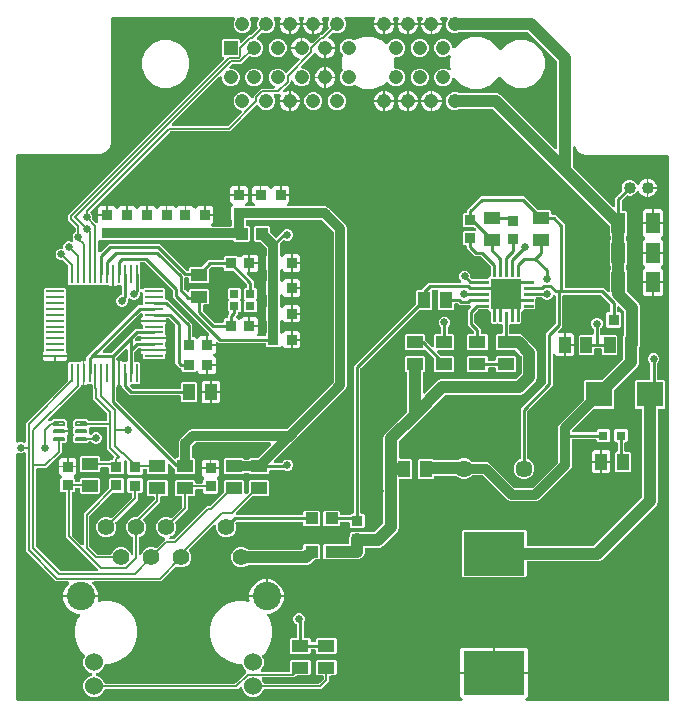
<source format=gbr>
G04 EAGLE Gerber RS-274X export*
G75*
%MOIN*%
%FSLAX34Y34*%
%LPD*%
%INTop Copper*%
%IPPOS*%
%AMOC8*
5,1,8,0,0,1.08239X$1,22.5*%
G01*
G04 Define Apertures*
%ADD10R,0.011024X0.061417*%
%ADD11R,0.061417X0.011024*%
%ADD12C,0.007677*%
%ADD13R,0.055913X0.040598*%
%ADD14R,0.047559X0.047559*%
%ADD15C,0.047559*%
%ADD16R,0.038197X0.036256*%
%ADD17R,0.036256X0.038197*%
%ADD18R,0.029528X0.027559*%
%ADD19R,0.043307X0.039370*%
%ADD20R,0.040598X0.055913*%
%ADD21C,0.002559*%
%ADD22R,0.102362X0.102362*%
%ADD23C,0.040000*%
%ADD24C,0.094488*%
%ADD25C,0.055039*%
%ADD26C,0.060236*%
%ADD27C,0.057087*%
%ADD28R,0.045850X0.071469*%
%ADD29R,0.089764X0.083465*%
%ADD30R,0.204724X0.147638*%
%ADD31R,0.031496X0.031496*%
%ADD32C,0.026000*%
%ADD33C,0.006000*%
%ADD34C,0.032000*%
%ADD35C,0.010000*%
%ADD36C,0.040000*%
G36*
X7459Y23125D02*
X7439Y23121D01*
X5653Y23121D01*
X5636Y23125D01*
X5619Y23135D01*
X5607Y23151D01*
X5603Y23171D01*
X5607Y23190D01*
X5618Y23207D01*
X7176Y24765D01*
X7190Y24775D01*
X7210Y24780D01*
X7229Y24776D01*
X7246Y24766D01*
X7257Y24749D01*
X7261Y24730D01*
X7261Y24679D01*
X7307Y24570D01*
X7390Y24486D01*
X7500Y24440D01*
X7618Y24440D01*
X7728Y24486D01*
X7812Y24570D01*
X7857Y24679D01*
X7857Y24797D01*
X7812Y24907D01*
X7728Y24991D01*
X7618Y25036D01*
X7567Y25036D01*
X7550Y25039D01*
X7533Y25050D01*
X7522Y25066D01*
X7517Y25085D01*
X7521Y25105D01*
X7532Y25121D01*
X7581Y25170D01*
X7597Y25181D01*
X7616Y25185D01*
X7921Y25185D01*
X8174Y25438D01*
X8190Y25448D01*
X8209Y25453D01*
X8229Y25449D01*
X8287Y25425D01*
X8406Y25425D01*
X8515Y25470D01*
X8599Y25554D01*
X8644Y25663D01*
X8644Y25782D01*
X8599Y25891D01*
X8515Y25975D01*
X8455Y26000D01*
X8440Y26009D01*
X8429Y26026D01*
X8424Y26045D01*
X8428Y26065D01*
X8439Y26081D01*
X8579Y26221D01*
X8594Y26232D01*
X8614Y26236D01*
X8633Y26232D01*
X8681Y26212D01*
X8799Y26212D01*
X8909Y26257D01*
X8993Y26341D01*
X9038Y26451D01*
X9038Y26569D01*
X8992Y26681D01*
X8988Y26699D01*
X8991Y26718D01*
X9002Y26735D01*
X9018Y26746D01*
X9038Y26750D01*
X9187Y26750D01*
X9204Y26747D01*
X9221Y26737D01*
X9233Y26720D01*
X9237Y26701D01*
X9233Y26681D01*
X9190Y26577D01*
X9190Y26540D01*
X9865Y26540D01*
X9865Y26577D01*
X9822Y26681D01*
X9818Y26699D01*
X9822Y26718D01*
X9832Y26735D01*
X9849Y26746D01*
X9868Y26750D01*
X9974Y26750D01*
X9992Y26747D01*
X10009Y26737D01*
X10020Y26720D01*
X10024Y26701D01*
X10020Y26681D01*
X9977Y26577D01*
X9977Y26540D01*
X10653Y26540D01*
X10653Y26577D01*
X10610Y26681D01*
X10606Y26699D01*
X10609Y26718D01*
X10620Y26735D01*
X10636Y26746D01*
X10656Y26750D01*
X10805Y26750D01*
X10822Y26747D01*
X10839Y26737D01*
X10851Y26720D01*
X10855Y26701D01*
X10851Y26681D01*
X10805Y26569D01*
X10805Y26451D01*
X10824Y26403D01*
X10828Y26384D01*
X10825Y26365D01*
X10814Y26348D01*
X10620Y26155D01*
X10604Y26144D01*
X10585Y26140D01*
X10544Y26140D01*
X10532Y26142D01*
X10532Y26142D01*
X10521Y26125D01*
X10290Y25895D01*
X10276Y25885D01*
X10256Y25880D01*
X10237Y25884D01*
X10220Y25895D01*
X10209Y25911D01*
X10208Y25914D01*
X10113Y26009D01*
X9988Y26060D01*
X9951Y26060D01*
X9951Y25692D01*
X9583Y25692D01*
X9583Y25655D01*
X9635Y25531D01*
X9730Y25436D01*
X9831Y25394D01*
X9846Y25384D01*
X9858Y25368D01*
X9862Y25349D01*
X9859Y25329D01*
X9848Y25312D01*
X9450Y24914D01*
X9434Y24904D01*
X9415Y24900D01*
X9395Y24903D01*
X9379Y24914D01*
X9303Y24991D01*
X9193Y25036D01*
X9075Y25036D01*
X8965Y24991D01*
X8881Y24907D01*
X8836Y24797D01*
X8836Y24679D01*
X8881Y24570D01*
X8965Y24486D01*
X9016Y24465D01*
X9030Y24456D01*
X9042Y24440D01*
X9047Y24420D01*
X9043Y24401D01*
X9033Y24384D01*
X9016Y24373D01*
X8997Y24369D01*
X8567Y24369D01*
X8322Y24124D01*
X8322Y24088D01*
X8319Y24071D01*
X8309Y24054D01*
X8293Y24042D01*
X8274Y24038D01*
X8254Y24042D01*
X8237Y24052D01*
X8226Y24069D01*
X8205Y24119D01*
X8121Y24203D01*
X8012Y24249D01*
X7894Y24249D01*
X7784Y24203D01*
X7700Y24119D01*
X7655Y24010D01*
X7655Y23892D01*
X7700Y23782D01*
X7784Y23698D01*
X7893Y23653D01*
X7909Y23643D01*
X7920Y23627D01*
X7924Y23608D01*
X7921Y23588D01*
X7910Y23571D01*
X7474Y23136D01*
X7459Y23125D01*
G37*
%LPC*%
G36*
X10248Y26172D02*
X10285Y26172D01*
X10285Y26480D01*
X9977Y26480D01*
X9977Y26443D01*
X10029Y26318D01*
X10124Y26223D01*
X10248Y26172D01*
G37*
G36*
X10345Y26172D02*
X10382Y26172D01*
X10466Y26207D01*
X10483Y26211D01*
X10497Y26208D01*
X10497Y26209D01*
X10508Y26226D01*
X10601Y26318D01*
X10653Y26443D01*
X10653Y26480D01*
X10345Y26480D01*
X10345Y26172D01*
G37*
G36*
X9558Y26172D02*
X9595Y26172D01*
X9719Y26223D01*
X9814Y26318D01*
X9865Y26443D01*
X9865Y26480D01*
X9558Y26480D01*
X9558Y26172D01*
G37*
G36*
X9460Y26172D02*
X9498Y26172D01*
X9498Y26480D01*
X9190Y26480D01*
X9190Y26443D01*
X9241Y26318D01*
X9336Y26223D01*
X9460Y26172D01*
G37*
G36*
X9583Y25752D02*
X9891Y25752D01*
X9891Y26060D01*
X9854Y26060D01*
X9730Y26009D01*
X9635Y25914D01*
X9583Y25790D01*
X9583Y25752D01*
G37*
G36*
X9075Y25425D02*
X9193Y25425D01*
X9303Y25470D01*
X9386Y25554D01*
X9432Y25663D01*
X9432Y25782D01*
X9386Y25891D01*
X9303Y25975D01*
X9193Y26020D01*
X9075Y26020D01*
X8965Y25975D01*
X8881Y25891D01*
X8836Y25782D01*
X8836Y25663D01*
X8881Y25554D01*
X8965Y25470D01*
X9075Y25425D01*
G37*
G36*
X8287Y24440D02*
X8406Y24440D01*
X8515Y24486D01*
X8599Y24570D01*
X8644Y24679D01*
X8644Y24797D01*
X8599Y24907D01*
X8515Y24991D01*
X8406Y25036D01*
X8287Y25036D01*
X8178Y24991D01*
X8094Y24907D01*
X8049Y24797D01*
X8049Y24679D01*
X8094Y24570D01*
X8178Y24486D01*
X8287Y24440D01*
G37*
%LPD*%
G36*
X15269Y3962D02*
X15250Y3958D01*
X465Y3958D01*
X447Y3962D01*
X430Y3972D01*
X419Y3989D01*
X415Y4008D01*
X415Y12183D01*
X418Y12200D01*
X429Y12217D01*
X445Y12229D01*
X465Y12233D01*
X484Y12229D01*
X526Y12212D01*
X602Y12212D01*
X665Y12238D01*
X683Y12242D01*
X702Y12238D01*
X719Y12228D01*
X730Y12211D01*
X734Y12192D01*
X734Y8952D01*
X1747Y7939D01*
X2122Y7939D01*
X2140Y7936D01*
X2157Y7925D01*
X2168Y7909D01*
X2172Y7890D01*
X2169Y7870D01*
X2158Y7854D01*
X2072Y7768D01*
X1985Y7558D01*
X1985Y7474D01*
X3130Y7474D01*
X3130Y7558D01*
X3043Y7768D01*
X2957Y7854D01*
X2947Y7868D01*
X2942Y7887D01*
X2946Y7907D01*
X2956Y7924D01*
X2973Y7935D01*
X2992Y7939D01*
X5231Y7939D01*
X5718Y8425D01*
X5733Y8436D01*
X5753Y8440D01*
X5772Y8436D01*
X5841Y8408D01*
X5975Y8408D01*
X6098Y8459D01*
X6192Y8553D01*
X6243Y8676D01*
X6243Y8810D01*
X6192Y8933D01*
X6185Y8940D01*
X6175Y8955D01*
X6170Y8974D01*
X6174Y8994D01*
X6185Y9010D01*
X6987Y9813D01*
X7002Y9823D01*
X7021Y9827D01*
X7041Y9824D01*
X7057Y9813D01*
X7069Y9797D01*
X7073Y9777D01*
X7073Y9676D01*
X7124Y9553D01*
X7218Y9459D01*
X7341Y9408D01*
X7475Y9408D01*
X7598Y9459D01*
X7692Y9553D01*
X7743Y9676D01*
X7743Y9810D01*
X7723Y9859D01*
X7719Y9877D01*
X7723Y9896D01*
X7734Y9913D01*
X7735Y9915D01*
X7751Y9925D01*
X7771Y9929D01*
X9929Y9929D01*
X9947Y9926D01*
X9964Y9915D01*
X9975Y9899D01*
X9979Y9879D01*
X9979Y9818D01*
X10015Y9783D01*
X10497Y9783D01*
X10532Y9818D01*
X10532Y10261D01*
X10497Y10296D01*
X10015Y10296D01*
X9979Y10261D01*
X9979Y10199D01*
X9976Y10181D01*
X9965Y10165D01*
X9949Y10153D01*
X9929Y10149D01*
X7771Y10149D01*
X7754Y10152D01*
X7737Y10163D01*
X7725Y10179D01*
X7721Y10199D01*
X7725Y10218D01*
X7736Y10235D01*
X8277Y10776D01*
X8293Y10787D01*
X8312Y10791D01*
X8808Y10791D01*
X8844Y10826D01*
X8844Y11282D01*
X8808Y11317D01*
X8200Y11317D01*
X8164Y11282D01*
X8164Y10939D01*
X8161Y10920D01*
X8150Y10903D01*
X8102Y10856D01*
X8088Y10846D01*
X8068Y10841D01*
X8049Y10844D01*
X8032Y10855D01*
X8021Y10872D01*
X8017Y10891D01*
X8017Y11282D01*
X7982Y11317D01*
X7373Y11317D01*
X7338Y11282D01*
X7338Y10939D01*
X7334Y10920D01*
X7323Y10903D01*
X6880Y10461D01*
X6865Y10450D01*
X6845Y10446D01*
X6776Y10446D01*
X5686Y9357D01*
X5670Y9346D01*
X5651Y9342D01*
X5567Y9342D01*
X5550Y9345D01*
X5533Y9355D01*
X5522Y9371D01*
X5517Y9391D01*
X5521Y9410D01*
X5532Y9427D01*
X5548Y9438D01*
X5598Y9459D01*
X5692Y9553D01*
X5743Y9676D01*
X5743Y9810D01*
X5714Y9879D01*
X5711Y9897D01*
X5714Y9916D01*
X5725Y9933D01*
X6132Y10339D01*
X6132Y10742D01*
X6135Y10760D01*
X6146Y10777D01*
X6162Y10788D01*
X6182Y10792D01*
X6346Y10792D01*
X6381Y10827D01*
X6381Y10972D01*
X6385Y10990D01*
X6395Y11007D01*
X6412Y11018D01*
X6431Y11022D01*
X6589Y11022D01*
X6607Y11019D01*
X6624Y11008D01*
X6635Y10992D01*
X6639Y10972D01*
X6639Y10906D01*
X6674Y10871D01*
X7106Y10871D01*
X7141Y10906D01*
X7141Y11318D01*
X7104Y11356D01*
X7094Y11370D01*
X7089Y11389D01*
X7092Y11409D01*
X7103Y11426D01*
X7116Y11434D01*
X7181Y11500D01*
X7181Y11692D01*
X6599Y11692D01*
X6599Y11500D01*
X6665Y11434D01*
X6675Y11427D01*
X6686Y11411D01*
X6691Y11392D01*
X6687Y11372D01*
X6676Y11356D01*
X6639Y11318D01*
X6639Y11252D01*
X6635Y11234D01*
X6625Y11218D01*
X6608Y11206D01*
X6589Y11202D01*
X6431Y11202D01*
X6413Y11206D01*
X6396Y11216D01*
X6385Y11233D01*
X6381Y11252D01*
X6381Y11283D01*
X6346Y11318D01*
X5737Y11318D01*
X5702Y11283D01*
X5702Y10827D01*
X5737Y10792D01*
X5902Y10792D01*
X5920Y10789D01*
X5936Y10778D01*
X5948Y10762D01*
X5952Y10742D01*
X5952Y10435D01*
X5948Y10416D01*
X5937Y10399D01*
X5598Y10060D01*
X5583Y10050D01*
X5563Y10046D01*
X5544Y10049D01*
X5475Y10078D01*
X5341Y10078D01*
X5218Y10027D01*
X5124Y9933D01*
X5073Y9810D01*
X5073Y9676D01*
X5124Y9553D01*
X5218Y9459D01*
X5346Y9406D01*
X5361Y9396D01*
X5372Y9380D01*
X5377Y9360D01*
X5373Y9341D01*
X5362Y9324D01*
X5098Y9060D01*
X5083Y9050D01*
X5063Y9046D01*
X5044Y9049D01*
X4975Y9078D01*
X4841Y9078D01*
X4718Y9027D01*
X4624Y8933D01*
X4594Y8861D01*
X4585Y8847D01*
X4569Y8835D01*
X4549Y8830D01*
X4530Y8834D01*
X4513Y8844D01*
X4502Y8861D01*
X4498Y8880D01*
X4498Y9384D01*
X4501Y9402D01*
X4512Y9419D01*
X4529Y9430D01*
X4598Y9459D01*
X4692Y9553D01*
X4743Y9676D01*
X4743Y9810D01*
X4692Y9933D01*
X4655Y9969D01*
X4645Y9984D01*
X4641Y10004D01*
X4644Y10023D01*
X4655Y10040D01*
X5209Y10593D01*
X5209Y10742D01*
X5212Y10760D01*
X5223Y10777D01*
X5239Y10788D01*
X5259Y10792D01*
X5423Y10792D01*
X5458Y10827D01*
X5458Y11283D01*
X5423Y11318D01*
X4814Y11318D01*
X4779Y11283D01*
X4779Y10827D01*
X4814Y10792D01*
X4979Y10792D01*
X4997Y10789D01*
X5014Y10778D01*
X5025Y10762D01*
X5029Y10742D01*
X5029Y10689D01*
X5025Y10670D01*
X5014Y10653D01*
X4454Y10093D01*
X4438Y10082D01*
X4418Y10078D01*
X4341Y10078D01*
X4218Y10027D01*
X4124Y9933D01*
X4073Y9810D01*
X4073Y9676D01*
X4124Y9553D01*
X4218Y9459D01*
X4287Y9430D01*
X4303Y9420D01*
X4314Y9403D01*
X4318Y9384D01*
X4318Y8880D01*
X4315Y8863D01*
X4305Y8846D01*
X4288Y8835D01*
X4269Y8830D01*
X4249Y8834D01*
X4233Y8845D01*
X4222Y8861D01*
X4192Y8933D01*
X4098Y9027D01*
X3975Y9078D01*
X3841Y9078D01*
X3718Y9027D01*
X3624Y8933D01*
X3595Y8864D01*
X3585Y8848D01*
X3568Y8837D01*
X3549Y8833D01*
X3126Y8833D01*
X3107Y8837D01*
X3091Y8848D01*
X2861Y9078D01*
X2850Y9094D01*
X2846Y9113D01*
X2846Y10101D01*
X2850Y10119D01*
X2861Y10136D01*
X3612Y10887D01*
X3627Y10898D01*
X3647Y10902D01*
X3956Y10902D01*
X3991Y10937D01*
X3991Y11349D01*
X3956Y11384D01*
X3524Y11384D01*
X3489Y11349D01*
X3489Y11040D01*
X3486Y11021D01*
X3475Y11005D01*
X2666Y10196D01*
X2666Y9196D01*
X2663Y9179D01*
X2652Y9162D01*
X2636Y9151D01*
X2617Y9146D01*
X2597Y9150D01*
X2581Y9161D01*
X2270Y9471D01*
X2259Y9487D01*
X2255Y9507D01*
X2255Y10870D01*
X2259Y10888D01*
X2269Y10904D01*
X2286Y10916D01*
X2305Y10920D01*
X2342Y10920D01*
X2377Y10955D01*
X2377Y11021D01*
X2380Y11039D01*
X2391Y11056D01*
X2407Y11067D01*
X2427Y11071D01*
X2484Y11071D01*
X2502Y11068D01*
X2519Y11057D01*
X2530Y11040D01*
X2534Y11021D01*
X2534Y10906D01*
X2570Y10871D01*
X3178Y10871D01*
X3214Y10906D01*
X3214Y11362D01*
X3178Y11397D01*
X2570Y11397D01*
X2534Y11362D01*
X2534Y11301D01*
X2531Y11283D01*
X2520Y11266D01*
X2504Y11255D01*
X2484Y11251D01*
X2427Y11251D01*
X2409Y11254D01*
X2392Y11265D01*
X2381Y11281D01*
X2377Y11301D01*
X2377Y11367D01*
X2340Y11404D01*
X2330Y11419D01*
X2325Y11438D01*
X2329Y11458D01*
X2339Y11474D01*
X2352Y11483D01*
X2417Y11548D01*
X2417Y11741D01*
X1835Y11741D01*
X1835Y11548D01*
X1901Y11482D01*
X1911Y11476D01*
X1923Y11460D01*
X1927Y11440D01*
X1923Y11421D01*
X1912Y11404D01*
X1875Y11367D01*
X1875Y10955D01*
X1910Y10920D01*
X2025Y10920D01*
X2043Y10916D01*
X2060Y10906D01*
X2071Y10889D01*
X2075Y10870D01*
X2075Y9412D01*
X3123Y8364D01*
X3133Y8350D01*
X3137Y8331D01*
X3134Y8311D01*
X3123Y8294D01*
X3107Y8283D01*
X3087Y8279D01*
X1908Y8279D01*
X1890Y8283D01*
X1873Y8294D01*
X1089Y9078D01*
X1078Y9094D01*
X1074Y9113D01*
X1074Y11671D01*
X1078Y11689D01*
X1088Y11706D01*
X1105Y11717D01*
X1124Y11721D01*
X1415Y11721D01*
X1927Y12232D01*
X1927Y12510D01*
X1930Y12528D01*
X1941Y12545D01*
X1957Y12556D01*
X1977Y12560D01*
X2048Y12560D01*
X2105Y12618D01*
X2105Y12796D01*
X2109Y12815D01*
X2120Y12832D01*
X2145Y12857D01*
X2145Y12923D01*
X1807Y12923D01*
X1807Y12983D01*
X2145Y12983D01*
X2145Y13048D01*
X2120Y13074D01*
X2109Y13090D01*
X2105Y13109D01*
X2105Y13288D01*
X2048Y13345D01*
X1626Y13345D01*
X1574Y13294D01*
X1558Y13283D01*
X1538Y13279D01*
X1519Y13279D01*
X1502Y13282D01*
X1485Y13293D01*
X1473Y13309D01*
X1469Y13328D01*
X1473Y13348D01*
X1484Y13364D01*
X2551Y14431D01*
X2551Y14433D01*
X2554Y14451D01*
X2565Y14467D01*
X2581Y14479D01*
X2601Y14483D01*
X2627Y14483D01*
X2627Y15297D01*
X2561Y15297D01*
X2536Y15271D01*
X2520Y15261D01*
X2500Y15257D01*
X2184Y15257D01*
X2149Y15222D01*
X2149Y14671D01*
X2145Y14652D01*
X2134Y14635D01*
X734Y13236D01*
X734Y12611D01*
X731Y12594D01*
X720Y12577D01*
X704Y12566D01*
X685Y12561D01*
X665Y12565D01*
X602Y12592D01*
X526Y12592D01*
X484Y12574D01*
X467Y12570D01*
X447Y12574D01*
X430Y12584D01*
X419Y12601D01*
X415Y12620D01*
X415Y22133D01*
X418Y22151D01*
X429Y22168D01*
X445Y22179D01*
X465Y22183D01*
X3232Y22183D01*
X3385Y22247D01*
X3501Y22363D01*
X3565Y22516D01*
X3565Y26700D01*
X3568Y26718D01*
X3579Y26735D01*
X3595Y26746D01*
X3615Y26750D01*
X7655Y26750D01*
X7673Y26747D01*
X7690Y26737D01*
X7701Y26720D01*
X7705Y26701D01*
X7701Y26681D01*
X7655Y26569D01*
X7655Y26451D01*
X7700Y26341D01*
X7784Y26257D01*
X7894Y26212D01*
X8012Y26212D01*
X8121Y26257D01*
X8205Y26341D01*
X8251Y26451D01*
X8251Y26569D01*
X8204Y26681D01*
X8200Y26699D01*
X8204Y26718D01*
X8214Y26735D01*
X8231Y26746D01*
X8250Y26750D01*
X8443Y26750D01*
X8460Y26747D01*
X8477Y26737D01*
X8489Y26720D01*
X8493Y26701D01*
X8489Y26681D01*
X8442Y26569D01*
X8442Y26451D01*
X8462Y26403D01*
X8466Y26384D01*
X8462Y26365D01*
X8451Y26348D01*
X8258Y26155D01*
X8242Y26144D01*
X8223Y26140D01*
X8173Y26140D01*
X7942Y25909D01*
X7928Y25899D01*
X7908Y25894D01*
X7889Y25898D01*
X7872Y25908D01*
X7861Y25925D01*
X7857Y25944D01*
X7857Y25985D01*
X7822Y26020D01*
X7296Y26020D01*
X7261Y25985D01*
X7261Y25460D01*
X7298Y25423D01*
X7308Y25422D01*
X7325Y25411D01*
X7336Y25395D01*
X7340Y25375D01*
X7337Y25356D01*
X7326Y25339D01*
X2152Y20166D01*
X2152Y19992D01*
X2376Y19768D01*
X2386Y19752D01*
X2390Y19733D01*
X2390Y19609D01*
X2387Y19590D01*
X2376Y19574D01*
X2319Y19517D01*
X2290Y19447D01*
X2290Y19372D01*
X2306Y19334D01*
X2310Y19317D01*
X2306Y19298D01*
X2296Y19281D01*
X2279Y19269D01*
X2260Y19265D01*
X2240Y19269D01*
X2203Y19284D01*
X2128Y19284D01*
X2058Y19256D01*
X2004Y19202D01*
X1975Y19132D01*
X1975Y19081D01*
X1972Y19063D01*
X1961Y19047D01*
X1945Y19035D01*
X1925Y19031D01*
X1875Y19031D01*
X1805Y19003D01*
X1751Y18949D01*
X1722Y18879D01*
X1722Y18804D01*
X1751Y18734D01*
X1805Y18680D01*
X1875Y18651D01*
X1954Y18651D01*
X1973Y18648D01*
X1990Y18637D01*
X2134Y18493D01*
X2145Y18477D01*
X2149Y18457D01*
X2149Y17849D01*
X2184Y17814D01*
X3484Y17814D01*
X3503Y17810D01*
X3520Y17799D01*
X3545Y17774D01*
X3612Y17774D01*
X3612Y18211D01*
X3672Y18211D01*
X3672Y17774D01*
X3738Y17774D01*
X3764Y17799D01*
X3779Y17810D01*
X3799Y17814D01*
X3875Y17814D01*
X3893Y17811D01*
X3910Y17800D01*
X3921Y17784D01*
X3925Y17764D01*
X3925Y17521D01*
X3922Y17502D01*
X3911Y17486D01*
X3895Y17475D01*
X3829Y17448D01*
X3776Y17394D01*
X3747Y17324D01*
X3747Y17249D01*
X3776Y17179D01*
X3829Y17125D01*
X3899Y17096D01*
X3975Y17096D01*
X4045Y17125D01*
X4098Y17179D01*
X4127Y17249D01*
X4127Y17334D01*
X4130Y17351D01*
X4141Y17368D01*
X4157Y17380D01*
X4176Y17384D01*
X4196Y17380D01*
X4212Y17369D01*
X4223Y17359D01*
X4293Y17330D01*
X4369Y17330D01*
X4438Y17359D01*
X4492Y17412D01*
X4521Y17482D01*
X4521Y17533D01*
X4524Y17552D01*
X4535Y17569D01*
X4540Y17573D01*
X4554Y17583D01*
X4573Y17588D01*
X4593Y17584D01*
X4610Y17574D01*
X4621Y17557D01*
X4625Y17538D01*
X4625Y17188D01*
X4622Y17170D01*
X4611Y17153D01*
X4595Y17142D01*
X4575Y17138D01*
X4482Y17138D01*
X2744Y15400D01*
X2744Y15347D01*
X2741Y15329D01*
X2730Y15312D01*
X2714Y15301D01*
X2694Y15297D01*
X2687Y15297D01*
X2687Y14483D01*
X2754Y14483D01*
X2779Y14508D01*
X2795Y14519D01*
X2815Y14523D01*
X2911Y14523D01*
X2929Y14519D01*
X2946Y14509D01*
X2957Y14492D01*
X2961Y14473D01*
X2961Y14350D01*
X2964Y14347D01*
X2974Y14332D01*
X2978Y14312D01*
X2978Y14020D01*
X3439Y13560D01*
X3449Y13544D01*
X3453Y13525D01*
X3453Y13329D01*
X3450Y13311D01*
X3439Y13294D01*
X3423Y13283D01*
X3403Y13279D01*
X2871Y13279D01*
X2852Y13283D01*
X2836Y13294D01*
X2784Y13345D01*
X2362Y13345D01*
X2304Y13288D01*
X2304Y13130D01*
X2318Y13116D01*
X2328Y13101D01*
X2332Y13082D01*
X2329Y13062D01*
X2318Y13045D01*
X2304Y13032D01*
X2304Y12874D01*
X2318Y12860D01*
X2328Y12845D01*
X2332Y12826D01*
X2329Y12806D01*
X2318Y12789D01*
X2304Y12776D01*
X2304Y12618D01*
X2362Y12560D01*
X2784Y12560D01*
X2816Y12592D01*
X2832Y12603D01*
X2851Y12607D01*
X2891Y12607D01*
X2910Y12603D01*
X2926Y12592D01*
X2963Y12555D01*
X3033Y12527D01*
X3109Y12527D01*
X3178Y12555D01*
X3232Y12609D01*
X3261Y12679D01*
X3261Y12754D01*
X3232Y12824D01*
X3178Y12878D01*
X3109Y12907D01*
X3033Y12907D01*
X2963Y12878D01*
X2927Y12841D01*
X2912Y12831D01*
X2893Y12827D01*
X2873Y12830D01*
X2857Y12841D01*
X2845Y12857D01*
X2841Y12877D01*
X2841Y13049D01*
X2845Y13067D01*
X2856Y13084D01*
X2872Y13095D01*
X2891Y13099D01*
X3403Y13099D01*
X3421Y13096D01*
X3438Y13085D01*
X3449Y13068D01*
X3453Y13049D01*
X3453Y12335D01*
X3661Y12127D01*
X3672Y12112D01*
X3676Y12092D01*
X3672Y12073D01*
X3661Y12056D01*
X3650Y12045D01*
X3650Y12044D01*
X3647Y12026D01*
X3636Y12009D01*
X3620Y11998D01*
X3600Y11994D01*
X3524Y11994D01*
X3493Y11963D01*
X3477Y11952D01*
X3458Y11948D01*
X3264Y11948D01*
X3246Y11951D01*
X3229Y11962D01*
X3218Y11979D01*
X3214Y11998D01*
X3214Y12086D01*
X3178Y12121D01*
X2570Y12121D01*
X2534Y12086D01*
X2534Y11630D01*
X2570Y11595D01*
X3178Y11595D01*
X3214Y11630D01*
X3214Y11718D01*
X3217Y11736D01*
X3228Y11753D01*
X3244Y11764D01*
X3264Y11768D01*
X3439Y11768D01*
X3457Y11765D01*
X3474Y11754D01*
X3485Y11738D01*
X3489Y11718D01*
X3489Y11547D01*
X3524Y11512D01*
X3956Y11512D01*
X3991Y11547D01*
X3991Y11936D01*
X3994Y11953D01*
X4005Y11970D01*
X4021Y11981D01*
X4040Y11986D01*
X4060Y11982D01*
X4076Y11971D01*
X4104Y11943D01*
X4115Y11927D01*
X4119Y11908D01*
X4119Y11537D01*
X4154Y11502D01*
X4586Y11502D01*
X4621Y11537D01*
X4621Y11639D01*
X4624Y11657D01*
X4635Y11674D01*
X4652Y11685D01*
X4671Y11689D01*
X4729Y11689D01*
X4747Y11686D01*
X4764Y11675D01*
X4775Y11659D01*
X4779Y11639D01*
X4779Y11551D01*
X4814Y11516D01*
X5423Y11516D01*
X5458Y11551D01*
X5458Y11816D01*
X5461Y11833D01*
X5472Y11850D01*
X5488Y11861D01*
X5508Y11866D01*
X5527Y11862D01*
X5544Y11851D01*
X5687Y11707D01*
X5698Y11691D01*
X5702Y11672D01*
X5702Y11551D01*
X5737Y11516D01*
X6346Y11516D01*
X6381Y11551D01*
X6381Y12007D01*
X6346Y12042D01*
X6312Y12042D01*
X6294Y12046D01*
X6277Y12056D01*
X6266Y12073D01*
X6262Y12092D01*
X6262Y12426D01*
X6265Y12445D01*
X6276Y12461D01*
X6376Y12561D01*
X6392Y12571D01*
X6411Y12575D01*
X8870Y12575D01*
X8887Y12572D01*
X8904Y12562D01*
X8915Y12546D01*
X8920Y12526D01*
X8916Y12507D01*
X8905Y12490D01*
X8470Y12055D01*
X8455Y12045D01*
X8435Y12041D01*
X8200Y12041D01*
X8171Y12012D01*
X8155Y12002D01*
X8136Y11998D01*
X8045Y11998D01*
X8027Y12001D01*
X8010Y12012D01*
X7982Y12041D01*
X7373Y12041D01*
X7338Y12006D01*
X7338Y11550D01*
X7373Y11515D01*
X7982Y11515D01*
X8010Y11543D01*
X8026Y11554D01*
X8045Y11558D01*
X8136Y11558D01*
X8155Y11554D01*
X8171Y11543D01*
X8200Y11515D01*
X8808Y11515D01*
X8844Y11550D01*
X8844Y11618D01*
X8847Y11636D01*
X8858Y11653D01*
X8874Y11664D01*
X8894Y11668D01*
X9303Y11668D01*
X9321Y11664D01*
X9338Y11653D01*
X9341Y11650D01*
X9411Y11621D01*
X9487Y11621D01*
X9556Y11650D01*
X9610Y11703D01*
X9639Y11773D01*
X9639Y11849D01*
X9610Y11919D01*
X9556Y11972D01*
X9487Y12001D01*
X9411Y12001D01*
X9341Y11972D01*
X9288Y11919D01*
X9288Y11919D01*
X9277Y11903D01*
X9261Y11892D01*
X9242Y11888D01*
X9046Y11888D01*
X9028Y11891D01*
X9012Y11901D01*
X9000Y11917D01*
X8996Y11937D01*
X8999Y11956D01*
X9010Y11973D01*
X11407Y14370D01*
X11440Y14450D01*
X11440Y19729D01*
X11407Y19810D01*
X10813Y20404D01*
X10732Y20438D01*
X9486Y20438D01*
X9468Y20441D01*
X9451Y20452D01*
X9442Y20461D01*
X9432Y20475D01*
X9428Y20495D01*
X9431Y20514D01*
X9442Y20531D01*
X9454Y20539D01*
X9520Y20605D01*
X9520Y20797D01*
X9199Y20797D01*
X9199Y21109D01*
X8996Y21109D01*
X8928Y21041D01*
X8913Y21030D01*
X8894Y21026D01*
X8874Y21030D01*
X8857Y21041D01*
X8790Y21109D01*
X8587Y21109D01*
X8587Y20797D01*
X8266Y20797D01*
X8266Y20605D01*
X8332Y20539D01*
X8342Y20533D01*
X8354Y20516D01*
X8358Y20497D01*
X8354Y20477D01*
X8343Y20461D01*
X8335Y20452D01*
X8319Y20441D01*
X8299Y20438D01*
X8092Y20438D01*
X8074Y20441D01*
X8057Y20452D01*
X8048Y20461D01*
X8038Y20475D01*
X8034Y20495D01*
X8037Y20514D01*
X8048Y20531D01*
X8060Y20539D01*
X8126Y20605D01*
X8126Y20797D01*
X7544Y20797D01*
X7544Y20605D01*
X7609Y20539D01*
X7620Y20533D01*
X7631Y20516D01*
X7635Y20497D01*
X7632Y20477D01*
X7621Y20461D01*
X7584Y20424D01*
X7584Y20011D01*
X7600Y19995D01*
X7611Y19979D01*
X7615Y19960D01*
X7615Y19818D01*
X7611Y19800D01*
X7601Y19783D01*
X7584Y19772D01*
X7565Y19768D01*
X6953Y19768D01*
X6934Y19772D01*
X6918Y19783D01*
X6909Y19791D01*
X6899Y19806D01*
X6894Y19825D01*
X6898Y19845D01*
X6908Y19862D01*
X6921Y19870D01*
X6986Y19935D01*
X6986Y20128D01*
X6665Y20128D01*
X6665Y20439D01*
X6463Y20439D01*
X6409Y20385D01*
X6393Y20375D01*
X6374Y20371D01*
X6354Y20374D01*
X6338Y20385D01*
X6284Y20439D01*
X6081Y20439D01*
X6081Y20128D01*
X6021Y20128D01*
X6021Y20439D01*
X5819Y20439D01*
X5773Y20393D01*
X5758Y20383D01*
X5738Y20379D01*
X5719Y20382D01*
X5702Y20393D01*
X5656Y20439D01*
X5453Y20439D01*
X5453Y20128D01*
X5393Y20128D01*
X5393Y20439D01*
X5191Y20439D01*
X5129Y20377D01*
X5114Y20367D01*
X5094Y20363D01*
X5075Y20366D01*
X5058Y20377D01*
X4996Y20439D01*
X4794Y20439D01*
X4794Y20128D01*
X4734Y20128D01*
X4734Y20439D01*
X4531Y20439D01*
X4467Y20375D01*
X4451Y20364D01*
X4432Y20360D01*
X4412Y20364D01*
X4396Y20375D01*
X4331Y20439D01*
X4129Y20439D01*
X4129Y20128D01*
X4069Y20128D01*
X4069Y20439D01*
X3866Y20439D01*
X3806Y20379D01*
X3791Y20369D01*
X3772Y20365D01*
X3752Y20368D01*
X3736Y20379D01*
X3676Y20439D01*
X3473Y20439D01*
X3473Y20128D01*
X3152Y20128D01*
X3152Y19930D01*
X3149Y19913D01*
X3139Y19896D01*
X3123Y19885D01*
X3103Y19880D01*
X3084Y19884D01*
X3067Y19895D01*
X2961Y20001D01*
X2950Y20017D01*
X2946Y20037D01*
X2946Y20117D01*
X2917Y20186D01*
X2891Y20213D01*
X2880Y20228D01*
X2876Y20247D01*
X2880Y20267D01*
X2891Y20283D01*
X5534Y22927D01*
X5550Y22938D01*
X5570Y22941D01*
X7534Y22941D01*
X8402Y23809D01*
X8417Y23819D01*
X8436Y23824D01*
X8456Y23820D01*
X8472Y23809D01*
X8483Y23793D01*
X8488Y23782D01*
X8571Y23698D01*
X8681Y23653D01*
X8799Y23653D01*
X8909Y23698D01*
X8993Y23782D01*
X9038Y23892D01*
X9038Y24010D01*
X8993Y24119D01*
X8989Y24137D01*
X8992Y24157D01*
X9003Y24173D01*
X9019Y24185D01*
X9039Y24189D01*
X9186Y24189D01*
X9203Y24185D01*
X9220Y24175D01*
X9231Y24158D01*
X9236Y24139D01*
X9232Y24119D01*
X9190Y24018D01*
X9190Y23981D01*
X9498Y23981D01*
X9498Y24289D01*
X9460Y24289D01*
X9376Y24254D01*
X9360Y24250D01*
X9340Y24253D01*
X9323Y24264D01*
X9311Y24280D01*
X9307Y24299D01*
X9311Y24319D01*
X9322Y24335D01*
X9552Y24565D01*
X9552Y24601D01*
X9555Y24618D01*
X9565Y24635D01*
X9581Y24647D01*
X9600Y24651D01*
X9620Y24647D01*
X9637Y24637D01*
X9648Y24620D01*
X9669Y24570D01*
X9753Y24486D01*
X9862Y24440D01*
X9980Y24440D01*
X10090Y24486D01*
X10174Y24570D01*
X10219Y24679D01*
X10219Y24797D01*
X10174Y24907D01*
X10090Y24991D01*
X9980Y25036D01*
X9946Y25036D01*
X9929Y25039D01*
X9912Y25050D01*
X9901Y25066D01*
X9896Y25085D01*
X9900Y25105D01*
X9911Y25121D01*
X10340Y25550D01*
X10354Y25560D01*
X10374Y25565D01*
X10393Y25561D01*
X10410Y25550D01*
X10421Y25534D01*
X10422Y25531D01*
X10517Y25436D01*
X10641Y25385D01*
X10679Y25385D01*
X10679Y25752D01*
X11046Y25752D01*
X11046Y25790D01*
X10995Y25914D01*
X10900Y26009D01*
X10848Y26030D01*
X10833Y26040D01*
X10821Y26056D01*
X10817Y26076D01*
X10821Y26095D01*
X10832Y26112D01*
X10941Y26221D01*
X10956Y26232D01*
X10976Y26236D01*
X10995Y26232D01*
X11043Y26212D01*
X11162Y26212D01*
X11271Y26257D01*
X11355Y26341D01*
X11400Y26451D01*
X11400Y26569D01*
X11354Y26681D01*
X11350Y26699D01*
X11353Y26718D01*
X11364Y26735D01*
X11380Y26746D01*
X11400Y26750D01*
X12336Y26750D01*
X12354Y26747D01*
X12371Y26737D01*
X12382Y26720D01*
X12386Y26701D01*
X12383Y26681D01*
X12339Y26577D01*
X12339Y26540D01*
X13015Y26540D01*
X13015Y26577D01*
X12972Y26681D01*
X12968Y26699D01*
X12971Y26718D01*
X12982Y26735D01*
X12998Y26746D01*
X13018Y26750D01*
X13124Y26750D01*
X13141Y26747D01*
X13158Y26737D01*
X13170Y26720D01*
X13174Y26701D01*
X13170Y26681D01*
X13127Y26577D01*
X13127Y26540D01*
X13802Y26540D01*
X13802Y26577D01*
X13759Y26681D01*
X13755Y26699D01*
X13759Y26718D01*
X13769Y26735D01*
X13786Y26746D01*
X13805Y26750D01*
X13911Y26750D01*
X13929Y26747D01*
X13946Y26737D01*
X13957Y26720D01*
X13961Y26701D01*
X13957Y26681D01*
X13914Y26577D01*
X13914Y26540D01*
X14590Y26540D01*
X14590Y26577D01*
X14547Y26681D01*
X14543Y26699D01*
X14546Y26718D01*
X14557Y26735D01*
X14573Y26746D01*
X14593Y26750D01*
X14742Y26750D01*
X14759Y26747D01*
X14776Y26737D01*
X14788Y26720D01*
X14792Y26701D01*
X14788Y26681D01*
X14742Y26569D01*
X14742Y26451D01*
X14787Y26341D01*
X14871Y26257D01*
X14980Y26212D01*
X15099Y26212D01*
X15181Y26246D01*
X15200Y26250D01*
X17456Y26250D01*
X17475Y26246D01*
X17492Y26235D01*
X18426Y25301D01*
X18437Y25285D01*
X18441Y25265D01*
X18441Y22402D01*
X18438Y22385D01*
X18427Y22368D01*
X18411Y22356D01*
X18392Y22352D01*
X18372Y22356D01*
X18355Y22367D01*
X16551Y24171D01*
X16455Y24211D01*
X15200Y24211D01*
X15181Y24215D01*
X15099Y24249D01*
X14980Y24249D01*
X14871Y24203D01*
X14787Y24119D01*
X14742Y24010D01*
X14742Y23892D01*
X14787Y23782D01*
X14871Y23698D01*
X14980Y23653D01*
X15099Y23653D01*
X15181Y23687D01*
X15200Y23691D01*
X16275Y23691D01*
X16294Y23687D01*
X16310Y23676D01*
X20178Y19808D01*
X20189Y19793D01*
X20193Y19773D01*
X20193Y19500D01*
X20207Y19485D01*
X20218Y19469D01*
X20222Y19450D01*
X20222Y19330D01*
X20218Y19311D01*
X20207Y19294D01*
X20193Y19280D01*
X20193Y18515D01*
X20207Y18501D01*
X20218Y18485D01*
X20222Y18465D01*
X20222Y18346D01*
X20218Y18327D01*
X20207Y18310D01*
X20193Y18296D01*
X20193Y17637D01*
X20190Y17620D01*
X20179Y17603D01*
X20163Y17591D01*
X20144Y17587D01*
X20124Y17591D01*
X20108Y17602D01*
X19992Y17718D01*
X18745Y17718D01*
X18727Y17721D01*
X18710Y17732D01*
X18699Y17748D01*
X18695Y17768D01*
X18695Y19846D01*
X18384Y20157D01*
X18303Y20157D01*
X18285Y20160D01*
X18268Y20171D01*
X18257Y20188D01*
X18253Y20207D01*
X18253Y20275D01*
X18218Y20310D01*
X17827Y20310D01*
X17808Y20314D01*
X17791Y20325D01*
X17337Y20779D01*
X15899Y20779D01*
X15441Y20321D01*
X15441Y20281D01*
X15438Y20263D01*
X15427Y20246D01*
X15411Y20235D01*
X15391Y20231D01*
X15335Y20231D01*
X15300Y20196D01*
X15300Y19784D01*
X15335Y19749D01*
X15658Y19749D01*
X15677Y19745D01*
X15693Y19734D01*
X15721Y19707D01*
X15731Y19692D01*
X15735Y19673D01*
X15732Y19653D01*
X15721Y19637D01*
X15705Y19625D01*
X15685Y19621D01*
X15335Y19621D01*
X15300Y19586D01*
X15300Y19174D01*
X15335Y19139D01*
X15391Y19139D01*
X15409Y19135D01*
X15426Y19125D01*
X15437Y19108D01*
X15441Y19089D01*
X15441Y19049D01*
X15702Y18788D01*
X15879Y18788D01*
X15897Y18784D01*
X15914Y18773D01*
X16213Y18474D01*
X16223Y18458D01*
X16227Y18439D01*
X16227Y18141D01*
X16224Y18123D01*
X16213Y18107D01*
X16205Y18101D01*
X16151Y18047D01*
X16146Y18040D01*
X16130Y18029D01*
X16110Y18025D01*
X15772Y18025D01*
X15766Y18023D01*
X15617Y18023D01*
X15599Y18027D01*
X15582Y18038D01*
X15559Y18061D01*
X15548Y18077D01*
X15544Y18097D01*
X15544Y18148D01*
X15515Y18218D01*
X15462Y18271D01*
X15392Y18300D01*
X15317Y18300D01*
X15247Y18271D01*
X15193Y18218D01*
X15164Y18148D01*
X15164Y18072D01*
X15193Y18003D01*
X15223Y17973D01*
X15233Y17959D01*
X15237Y17939D01*
X15234Y17920D01*
X15223Y17903D01*
X15207Y17892D01*
X15188Y17888D01*
X14149Y17888D01*
X13939Y17677D01*
X13923Y17666D01*
X13903Y17662D01*
X13780Y17662D01*
X13745Y17627D01*
X13745Y17236D01*
X13741Y17217D01*
X13730Y17201D01*
X11662Y15132D01*
X11662Y10242D01*
X11658Y10224D01*
X11648Y10207D01*
X11631Y10196D01*
X11612Y10192D01*
X11556Y10192D01*
X11528Y10164D01*
X11512Y10153D01*
X11493Y10149D01*
X11252Y10149D01*
X11234Y10153D01*
X11217Y10163D01*
X11206Y10180D01*
X11202Y10199D01*
X11202Y10261D01*
X11167Y10296D01*
X10684Y10296D01*
X10649Y10261D01*
X10649Y9818D01*
X10684Y9783D01*
X11167Y9783D01*
X11202Y9818D01*
X11202Y9879D01*
X11205Y9897D01*
X11216Y9914D01*
X11232Y9925D01*
X11252Y9929D01*
X11471Y9929D01*
X11489Y9926D01*
X11505Y9915D01*
X11517Y9899D01*
X11521Y9879D01*
X11521Y9744D01*
X11556Y9709D01*
X11987Y9709D01*
X12023Y9744D01*
X12023Y10157D01*
X11987Y10192D01*
X11932Y10192D01*
X11914Y10195D01*
X11897Y10206D01*
X11886Y10222D01*
X11882Y10242D01*
X11882Y15020D01*
X11885Y15039D01*
X11896Y15055D01*
X13809Y16969D01*
X13825Y16979D01*
X13845Y16983D01*
X14236Y16983D01*
X14271Y17018D01*
X14271Y17618D01*
X14274Y17636D01*
X14285Y17652D01*
X14302Y17664D01*
X14321Y17668D01*
X14419Y17668D01*
X14437Y17664D01*
X14454Y17654D01*
X14465Y17637D01*
X14469Y17618D01*
X14469Y17018D01*
X14504Y16983D01*
X14960Y16983D01*
X14995Y17018D01*
X14995Y17163D01*
X14998Y17181D01*
X15009Y17198D01*
X15026Y17209D01*
X15045Y17213D01*
X15117Y17213D01*
X15136Y17209D01*
X15152Y17198D01*
X15201Y17150D01*
X15521Y17150D01*
X15538Y17147D01*
X15555Y17136D01*
X15567Y17120D01*
X15571Y17101D01*
X15568Y17081D01*
X15557Y17064D01*
X15467Y16975D01*
X15467Y16472D01*
X15663Y16276D01*
X15673Y16260D01*
X15677Y16241D01*
X15677Y16226D01*
X15674Y16208D01*
X15663Y16191D01*
X15647Y16180D01*
X15627Y16176D01*
X15483Y16176D01*
X15448Y16141D01*
X15448Y15685D01*
X15483Y15650D01*
X16092Y15650D01*
X16127Y15685D01*
X16127Y16141D01*
X16092Y16176D01*
X15947Y16176D01*
X15929Y16180D01*
X15913Y16190D01*
X15901Y16207D01*
X15897Y16226D01*
X15897Y16352D01*
X15701Y16548D01*
X15691Y16564D01*
X15687Y16584D01*
X15687Y16863D01*
X15690Y16882D01*
X15701Y16898D01*
X15803Y17000D01*
X15819Y17011D01*
X15839Y17015D01*
X16110Y17015D01*
X16128Y17011D01*
X16145Y17001D01*
X16151Y16993D01*
X16205Y16938D01*
X16212Y16934D01*
X16223Y16917D01*
X16227Y16898D01*
X16227Y16575D01*
X16270Y16533D01*
X16410Y16533D01*
X16417Y16537D01*
X16436Y16542D01*
X16456Y16538D01*
X16464Y16533D01*
X16572Y16533D01*
X16590Y16529D01*
X16607Y16518D01*
X16618Y16502D01*
X16622Y16483D01*
X16622Y16226D01*
X16619Y16208D01*
X16608Y16191D01*
X16592Y16180D01*
X16572Y16176D01*
X16428Y16176D01*
X16393Y16141D01*
X16393Y15685D01*
X16428Y15650D01*
X17032Y15650D01*
X17051Y15647D01*
X17068Y15636D01*
X17245Y15458D01*
X17256Y15442D01*
X17260Y15423D01*
X17260Y14892D01*
X17256Y14873D01*
X17245Y14857D01*
X17080Y14692D01*
X17064Y14681D01*
X17045Y14677D01*
X14562Y14677D01*
X14467Y14638D01*
X14046Y14217D01*
X14032Y14207D01*
X14012Y14202D01*
X13993Y14206D01*
X13976Y14216D01*
X13965Y14233D01*
X13961Y14252D01*
X13961Y14876D01*
X13964Y14894D01*
X13975Y14911D01*
X13991Y14922D01*
X14004Y14925D01*
X14040Y14961D01*
X14040Y15417D01*
X14005Y15452D01*
X13396Y15452D01*
X13361Y15417D01*
X13361Y14961D01*
X13398Y14925D01*
X13409Y14923D01*
X13426Y14912D01*
X13437Y14896D01*
X13441Y14876D01*
X13441Y13632D01*
X13437Y13614D01*
X13426Y13597D01*
X12693Y12864D01*
X12653Y12768D01*
X12653Y9892D01*
X12650Y9873D01*
X12639Y9857D01*
X12387Y9605D01*
X12371Y9595D01*
X12352Y9591D01*
X11857Y9591D01*
X11838Y9595D01*
X11823Y9601D01*
X11720Y9601D01*
X11684Y9586D01*
X11665Y9582D01*
X11556Y9582D01*
X11521Y9547D01*
X11521Y9424D01*
X11517Y9405D01*
X11512Y9392D01*
X11512Y9247D01*
X11508Y9229D01*
X11498Y9212D01*
X11481Y9201D01*
X11462Y9197D01*
X10872Y9197D01*
X10856Y9194D01*
X10684Y9194D01*
X10649Y9159D01*
X10649Y8715D01*
X10684Y8680D01*
X10856Y8680D01*
X10872Y8677D01*
X11823Y8677D01*
X11919Y8717D01*
X11992Y8790D01*
X12032Y8885D01*
X12032Y9021D01*
X12035Y9039D01*
X12046Y9055D01*
X12062Y9067D01*
X12082Y9071D01*
X12532Y9071D01*
X12628Y9110D01*
X13134Y9617D01*
X13173Y9712D01*
X13173Y11303D01*
X13177Y11321D01*
X13187Y11338D01*
X13204Y11349D01*
X13223Y11353D01*
X13567Y11353D01*
X13602Y11388D01*
X13602Y11997D01*
X13567Y12032D01*
X13223Y12032D01*
X13205Y12036D01*
X13189Y12047D01*
X13177Y12063D01*
X13173Y12082D01*
X13173Y12588D01*
X13177Y12607D01*
X13188Y12623D01*
X14707Y14142D01*
X14723Y14153D01*
X14742Y14157D01*
X17225Y14157D01*
X17320Y14197D01*
X17740Y14617D01*
X17780Y14712D01*
X17780Y15603D01*
X17740Y15698D01*
X17305Y16134D01*
X17209Y16173D01*
X17060Y16173D01*
X17045Y16176D01*
X16892Y16176D01*
X16874Y16180D01*
X16857Y16190D01*
X16846Y16207D01*
X16842Y16226D01*
X16842Y16483D01*
X16846Y16501D01*
X16856Y16517D01*
X16873Y16529D01*
X16892Y16533D01*
X17000Y16533D01*
X17007Y16537D01*
X17027Y16542D01*
X17046Y16538D01*
X17055Y16533D01*
X17195Y16533D01*
X17237Y16575D01*
X17237Y16898D01*
X17241Y16916D01*
X17251Y16933D01*
X17259Y16938D01*
X17314Y16993D01*
X17318Y17000D01*
X17335Y17011D01*
X17354Y17015D01*
X17677Y17015D01*
X17719Y17057D01*
X17719Y17197D01*
X17715Y17204D01*
X17710Y17224D01*
X17714Y17243D01*
X17719Y17252D01*
X17719Y17360D01*
X17723Y17378D01*
X17734Y17394D01*
X17750Y17406D01*
X17769Y17410D01*
X17931Y17410D01*
X17950Y17406D01*
X17966Y17395D01*
X18003Y17359D01*
X18072Y17330D01*
X18148Y17330D01*
X18218Y17359D01*
X18271Y17412D01*
X18294Y17467D01*
X18304Y17482D01*
X18321Y17494D01*
X18340Y17498D01*
X18346Y17498D01*
X18364Y17494D01*
X18381Y17484D01*
X18393Y17467D01*
X18396Y17448D01*
X18396Y16541D01*
X18393Y16523D01*
X18382Y16506D01*
X18073Y16197D01*
X18073Y14581D01*
X18070Y14562D01*
X18059Y14545D01*
X17229Y13715D01*
X17229Y12063D01*
X17225Y12044D01*
X17214Y12028D01*
X17198Y12017D01*
X17143Y11994D01*
X17046Y11897D01*
X16993Y11770D01*
X16993Y11632D01*
X17046Y11505D01*
X17143Y11408D01*
X17270Y11356D01*
X17407Y11356D01*
X17534Y11408D01*
X17631Y11505D01*
X17684Y11632D01*
X17684Y11770D01*
X17631Y11897D01*
X17534Y11994D01*
X17479Y12017D01*
X17464Y12027D01*
X17453Y12043D01*
X17449Y12063D01*
X17449Y13603D01*
X17452Y13622D01*
X17463Y13639D01*
X18293Y14469D01*
X18293Y15482D01*
X18296Y15499D01*
X18307Y15516D01*
X18323Y15528D01*
X18342Y15532D01*
X18362Y15528D01*
X18379Y15517D01*
X18449Y15447D01*
X18663Y15447D01*
X18663Y16206D01*
X18514Y16206D01*
X18497Y16209D01*
X18480Y16220D01*
X18468Y16236D01*
X18464Y16256D01*
X18468Y16275D01*
X18479Y16292D01*
X18616Y16430D01*
X18616Y17448D01*
X18620Y17466D01*
X18631Y17482D01*
X18647Y17494D01*
X18666Y17498D01*
X19880Y17498D01*
X19899Y17494D01*
X19915Y17483D01*
X20200Y17198D01*
X20211Y17182D01*
X20215Y17162D01*
X20215Y16955D01*
X20212Y16937D01*
X20201Y16920D01*
X20184Y16908D01*
X20165Y16905D01*
X20119Y16905D01*
X20084Y16869D01*
X20084Y16438D01*
X20119Y16403D01*
X20531Y16403D01*
X20566Y16438D01*
X20566Y16869D01*
X20531Y16905D01*
X20485Y16905D01*
X20467Y16908D01*
X20450Y16919D01*
X20439Y16935D01*
X20435Y16955D01*
X20435Y17069D01*
X20438Y17086D01*
X20448Y17103D01*
X20465Y17114D01*
X20484Y17119D01*
X20504Y17115D01*
X20520Y17104D01*
X20660Y16964D01*
X20671Y16948D01*
X20675Y16929D01*
X20675Y16177D01*
X20671Y16158D01*
X20660Y16141D01*
X20650Y16131D01*
X20650Y15513D01*
X20653Y15499D01*
X20653Y15382D01*
X20650Y15363D01*
X20639Y15346D01*
X19957Y14665D01*
X19941Y14655D01*
X19922Y14651D01*
X19359Y14651D01*
X19324Y14615D01*
X19324Y13996D01*
X19321Y13977D01*
X19310Y13961D01*
X18514Y13166D01*
X18481Y13085D01*
X18481Y11923D01*
X18477Y11904D01*
X18466Y11888D01*
X17640Y11061D01*
X17624Y11051D01*
X17605Y11047D01*
X17041Y11047D01*
X17022Y11050D01*
X17006Y11061D01*
X16179Y11888D01*
X16099Y11921D01*
X15628Y11921D01*
X15609Y11925D01*
X15592Y11936D01*
X15534Y11994D01*
X15407Y12047D01*
X15270Y12047D01*
X15136Y11991D01*
X15132Y11989D01*
X15113Y11985D01*
X14359Y11985D01*
X14340Y11988D01*
X14324Y11999D01*
X14291Y12032D01*
X13835Y12032D01*
X13800Y11997D01*
X13800Y11388D01*
X13835Y11353D01*
X14291Y11353D01*
X14326Y11388D01*
X14326Y11415D01*
X14329Y11433D01*
X14340Y11450D01*
X14356Y11461D01*
X14376Y11465D01*
X15066Y11465D01*
X15084Y11461D01*
X15101Y11450D01*
X15143Y11408D01*
X15270Y11356D01*
X15407Y11356D01*
X15534Y11408D01*
X15592Y11466D01*
X15608Y11477D01*
X15628Y11481D01*
X15943Y11481D01*
X15962Y11477D01*
X15978Y11466D01*
X16805Y10640D01*
X16885Y10607D01*
X17760Y10607D01*
X17841Y10640D01*
X18887Y11686D01*
X18921Y11767D01*
X18921Y12635D01*
X18924Y12653D01*
X18935Y12670D01*
X18951Y12681D01*
X18971Y12685D01*
X19713Y12685D01*
X19731Y12682D01*
X19748Y12671D01*
X19759Y12655D01*
X19763Y12635D01*
X19763Y12613D01*
X19798Y12578D01*
X20163Y12578D01*
X20198Y12613D01*
X20198Y12978D01*
X20163Y13013D01*
X19798Y13013D01*
X19763Y12978D01*
X19763Y12955D01*
X19759Y12937D01*
X19749Y12920D01*
X19732Y12909D01*
X19713Y12905D01*
X18997Y12905D01*
X18980Y12908D01*
X18963Y12919D01*
X18951Y12935D01*
X18947Y12954D01*
X18951Y12974D01*
X18962Y12991D01*
X19652Y13681D01*
X19668Y13692D01*
X19688Y13696D01*
X20307Y13696D01*
X20342Y13731D01*
X20342Y14294D01*
X20346Y14312D01*
X20356Y14329D01*
X21134Y15106D01*
X21173Y15202D01*
X21173Y15499D01*
X21176Y15514D01*
X21176Y15742D01*
X21180Y15761D01*
X21195Y15797D01*
X21195Y17109D01*
X21155Y17205D01*
X20786Y17574D01*
X20775Y17590D01*
X20771Y17609D01*
X20771Y18296D01*
X20757Y18310D01*
X20746Y18326D01*
X20742Y18346D01*
X20742Y18465D01*
X20746Y18484D01*
X20757Y18501D01*
X20771Y18515D01*
X20771Y19280D01*
X20757Y19294D01*
X20746Y19310D01*
X20742Y19330D01*
X20742Y19450D01*
X20746Y19468D01*
X20757Y19485D01*
X20771Y19500D01*
X20771Y20264D01*
X20736Y20299D01*
X20642Y20299D01*
X20624Y20303D01*
X20607Y20313D01*
X20596Y20330D01*
X20592Y20349D01*
X20592Y20613D01*
X20596Y20631D01*
X20607Y20648D01*
X20754Y20795D01*
X20769Y20805D01*
X20788Y20809D01*
X20808Y20806D01*
X20814Y20803D01*
X20918Y20803D01*
X21013Y20843D01*
X21087Y20916D01*
X21094Y20933D01*
X21103Y20947D01*
X21119Y20959D01*
X21139Y20964D01*
X21158Y20960D01*
X21175Y20949D01*
X21186Y20933D01*
X21202Y20893D01*
X21287Y20809D01*
X21397Y20763D01*
X21427Y20763D01*
X21427Y21363D01*
X21397Y21363D01*
X21287Y21317D01*
X21202Y21233D01*
X21186Y21193D01*
X21177Y21179D01*
X21160Y21167D01*
X21141Y21162D01*
X21121Y21166D01*
X21105Y21177D01*
X21094Y21193D01*
X21087Y21210D01*
X21013Y21283D01*
X20918Y21323D01*
X20814Y21323D01*
X20719Y21283D01*
X20646Y21210D01*
X20606Y21115D01*
X20606Y21011D01*
X20609Y21005D01*
X20613Y20987D01*
X20609Y20967D01*
X20598Y20950D01*
X20372Y20725D01*
X20372Y20471D01*
X20369Y20453D01*
X20359Y20436D01*
X20342Y20425D01*
X20323Y20421D01*
X20303Y20424D01*
X20287Y20435D01*
X18975Y21747D01*
X18965Y21762D01*
X18961Y21782D01*
X18961Y22401D01*
X18964Y22418D01*
X18974Y22435D01*
X18990Y22447D01*
X19010Y22451D01*
X19029Y22448D01*
X19046Y22437D01*
X19057Y22421D01*
X19097Y22324D01*
X19214Y22207D01*
X19366Y22144D01*
X22133Y22144D01*
X22151Y22141D01*
X22168Y22130D01*
X22179Y22114D01*
X22183Y22094D01*
X22183Y4008D01*
X22180Y3990D01*
X22169Y3974D01*
X22153Y3962D01*
X22133Y3958D01*
X17427Y3958D01*
X17410Y3961D01*
X17393Y3972D01*
X17382Y3988D01*
X17377Y4008D01*
X17381Y4027D01*
X17392Y4044D01*
X17462Y4114D01*
X17462Y4863D01*
X15215Y4863D01*
X15215Y4114D01*
X15285Y4044D01*
X15295Y4029D01*
X15300Y4010D01*
X15296Y3990D01*
X15286Y3974D01*
X15269Y3962D01*
G37*
%LPC*%
G36*
X13397Y26172D02*
X13435Y26172D01*
X13435Y26480D01*
X13127Y26480D01*
X13127Y26443D01*
X13178Y26318D01*
X13273Y26223D01*
X13397Y26172D01*
G37*
G36*
X12707Y26172D02*
X12744Y26172D01*
X12869Y26223D01*
X12964Y26318D01*
X13015Y26443D01*
X13015Y26480D01*
X12707Y26480D01*
X12707Y26172D01*
G37*
G36*
X12610Y26172D02*
X12647Y26172D01*
X12647Y26480D01*
X12339Y26480D01*
X12339Y26443D01*
X12391Y26318D01*
X12486Y26223D01*
X12610Y26172D01*
G37*
G36*
X14185Y26172D02*
X14222Y26172D01*
X14222Y26480D01*
X13914Y26480D01*
X13914Y26443D01*
X13966Y26318D01*
X14061Y26223D01*
X14185Y26172D01*
G37*
G36*
X14282Y26172D02*
X14319Y26172D01*
X14443Y26223D01*
X14538Y26318D01*
X14590Y26443D01*
X14590Y26480D01*
X14282Y26480D01*
X14282Y26172D01*
G37*
G36*
X13495Y26172D02*
X13532Y26172D01*
X13656Y26223D01*
X13751Y26318D01*
X13802Y26443D01*
X13802Y26480D01*
X13495Y26480D01*
X13495Y26172D01*
G37*
G36*
X15576Y24368D02*
X15920Y24368D01*
X16237Y24499D01*
X16479Y24742D01*
X16480Y24744D01*
X16490Y24759D01*
X16506Y24770D01*
X16525Y24775D01*
X16545Y24771D01*
X16561Y24760D01*
X16569Y24750D01*
X16795Y24524D01*
X17086Y24403D01*
X17402Y24403D01*
X17694Y24524D01*
X17917Y24747D01*
X18038Y25039D01*
X18038Y25355D01*
X17917Y25646D01*
X17694Y25870D01*
X17402Y25991D01*
X17086Y25991D01*
X16795Y25870D01*
X16580Y25656D01*
X16566Y25645D01*
X16546Y25641D01*
X16527Y25644D01*
X16510Y25655D01*
X16499Y25672D01*
X16479Y25719D01*
X16237Y25962D01*
X15920Y26093D01*
X15576Y26093D01*
X15259Y25962D01*
X15029Y25731D01*
X15014Y25721D01*
X14995Y25716D01*
X14975Y25720D01*
X14959Y25730D01*
X14947Y25747D01*
X14943Y25766D01*
X14943Y25782D01*
X14898Y25891D01*
X14814Y25975D01*
X14705Y26020D01*
X14586Y26020D01*
X14477Y25975D01*
X14393Y25891D01*
X14348Y25782D01*
X14348Y25663D01*
X14393Y25554D01*
X14477Y25470D01*
X14586Y25425D01*
X14705Y25425D01*
X14823Y25473D01*
X14840Y25477D01*
X14859Y25474D01*
X14876Y25463D01*
X14888Y25447D01*
X14892Y25428D01*
X14888Y25408D01*
X14885Y25402D01*
X14885Y25059D01*
X14888Y25053D01*
X14892Y25035D01*
X14889Y25016D01*
X14878Y24999D01*
X14862Y24988D01*
X14842Y24983D01*
X14823Y24987D01*
X14705Y25036D01*
X14586Y25036D01*
X14477Y24991D01*
X14393Y24907D01*
X14348Y24797D01*
X14348Y24679D01*
X14393Y24570D01*
X14477Y24486D01*
X14586Y24440D01*
X14705Y24440D01*
X14814Y24486D01*
X14898Y24570D01*
X14943Y24679D01*
X14943Y24694D01*
X14947Y24712D01*
X14957Y24728D01*
X14973Y24740D01*
X14993Y24744D01*
X15012Y24741D01*
X15029Y24730D01*
X15259Y24499D01*
X15576Y24368D01*
G37*
G36*
X11974Y24368D02*
X12317Y24368D01*
X12634Y24499D01*
X12732Y24597D01*
X12747Y24607D01*
X12766Y24612D01*
X12786Y24608D01*
X12803Y24597D01*
X12814Y24581D01*
X12818Y24570D01*
X12902Y24486D01*
X13012Y24440D01*
X13130Y24440D01*
X13240Y24486D01*
X13323Y24570D01*
X13369Y24679D01*
X13369Y24797D01*
X13323Y24907D01*
X13240Y24991D01*
X13130Y25036D01*
X13058Y25036D01*
X13040Y25039D01*
X13023Y25050D01*
X13012Y25066D01*
X13008Y25086D01*
X13008Y25375D01*
X13012Y25393D01*
X13022Y25409D01*
X13039Y25421D01*
X13058Y25425D01*
X13130Y25425D01*
X13240Y25470D01*
X13323Y25554D01*
X13369Y25663D01*
X13369Y25782D01*
X13323Y25891D01*
X13240Y25975D01*
X13130Y26020D01*
X13012Y26020D01*
X12902Y25975D01*
X12818Y25891D01*
X12814Y25880D01*
X12804Y25865D01*
X12788Y25853D01*
X12768Y25849D01*
X12749Y25853D01*
X12732Y25864D01*
X12634Y25962D01*
X12317Y26093D01*
X11974Y26093D01*
X11696Y25978D01*
X11677Y25974D01*
X11658Y25978D01*
X11555Y26020D01*
X11437Y26020D01*
X11327Y25975D01*
X11244Y25891D01*
X11198Y25782D01*
X11198Y25663D01*
X11244Y25554D01*
X11292Y25505D01*
X11303Y25490D01*
X11307Y25470D01*
X11303Y25451D01*
X11283Y25402D01*
X11283Y25059D01*
X11303Y25010D01*
X11307Y24992D01*
X11303Y24972D01*
X11292Y24956D01*
X11244Y24907D01*
X11198Y24797D01*
X11198Y24679D01*
X11244Y24570D01*
X11327Y24486D01*
X11437Y24440D01*
X11555Y24440D01*
X11658Y24483D01*
X11677Y24487D01*
X11696Y24483D01*
X11974Y24368D01*
G37*
G36*
X13799Y25425D02*
X13918Y25425D01*
X14027Y25470D01*
X14111Y25554D01*
X14156Y25663D01*
X14156Y25782D01*
X14111Y25891D01*
X14027Y25975D01*
X13918Y26020D01*
X13799Y26020D01*
X13690Y25975D01*
X13606Y25891D01*
X13560Y25782D01*
X13560Y25663D01*
X13606Y25554D01*
X13690Y25470D01*
X13799Y25425D01*
G37*
G36*
X5236Y24403D02*
X5552Y24403D01*
X5843Y24524D01*
X6067Y24747D01*
X6187Y25039D01*
X6187Y25355D01*
X6067Y25646D01*
X5843Y25870D01*
X5552Y25991D01*
X5236Y25991D01*
X4944Y25870D01*
X4721Y25646D01*
X4600Y25355D01*
X4600Y25039D01*
X4721Y24747D01*
X4944Y24524D01*
X5236Y24403D01*
G37*
G36*
X10739Y25385D02*
X10776Y25385D01*
X10900Y25436D01*
X10995Y25531D01*
X11046Y25655D01*
X11046Y25692D01*
X10739Y25692D01*
X10739Y25385D01*
G37*
G36*
X10371Y24768D02*
X10679Y24768D01*
X10679Y25076D01*
X10641Y25076D01*
X10517Y25025D01*
X10422Y24930D01*
X10371Y24805D01*
X10371Y24768D01*
G37*
G36*
X10739Y24768D02*
X11046Y24768D01*
X11046Y24805D01*
X10995Y24930D01*
X10900Y25025D01*
X10776Y25076D01*
X10739Y25076D01*
X10739Y24768D01*
G37*
G36*
X13799Y24440D02*
X13918Y24440D01*
X14027Y24486D01*
X14111Y24570D01*
X14156Y24679D01*
X14156Y24797D01*
X14111Y24907D01*
X14027Y24991D01*
X13918Y25036D01*
X13799Y25036D01*
X13690Y24991D01*
X13606Y24907D01*
X13560Y24797D01*
X13560Y24679D01*
X13606Y24570D01*
X13690Y24486D01*
X13799Y24440D01*
G37*
G36*
X10739Y24400D02*
X10776Y24400D01*
X10900Y24452D01*
X10995Y24547D01*
X11046Y24671D01*
X11046Y24708D01*
X10739Y24708D01*
X10739Y24400D01*
G37*
G36*
X10641Y24400D02*
X10679Y24400D01*
X10679Y24708D01*
X10371Y24708D01*
X10371Y24671D01*
X10422Y24547D01*
X10517Y24452D01*
X10641Y24400D01*
G37*
G36*
X13914Y23981D02*
X14222Y23981D01*
X14222Y24289D01*
X14185Y24289D01*
X14061Y24237D01*
X13966Y24142D01*
X13914Y24018D01*
X13914Y23981D01*
G37*
G36*
X13127Y23981D02*
X13435Y23981D01*
X13435Y24289D01*
X13397Y24289D01*
X13273Y24237D01*
X13178Y24142D01*
X13127Y24018D01*
X13127Y23981D01*
G37*
G36*
X12339Y23981D02*
X12647Y23981D01*
X12647Y24289D01*
X12610Y24289D01*
X12486Y24237D01*
X12391Y24142D01*
X12339Y24018D01*
X12339Y23981D01*
G37*
G36*
X12707Y23981D02*
X13015Y23981D01*
X13015Y24018D01*
X12964Y24142D01*
X12869Y24237D01*
X12744Y24289D01*
X12707Y24289D01*
X12707Y23981D01*
G37*
G36*
X9558Y23981D02*
X9865Y23981D01*
X9865Y24018D01*
X9814Y24142D01*
X9719Y24237D01*
X9595Y24289D01*
X9558Y24289D01*
X9558Y23981D01*
G37*
G36*
X13495Y23981D02*
X13802Y23981D01*
X13802Y24018D01*
X13751Y24142D01*
X13656Y24237D01*
X13532Y24289D01*
X13495Y24289D01*
X13495Y23981D01*
G37*
G36*
X14282Y23981D02*
X14590Y23981D01*
X14590Y24018D01*
X14538Y24142D01*
X14443Y24237D01*
X14319Y24289D01*
X14282Y24289D01*
X14282Y23981D01*
G37*
G36*
X10256Y23653D02*
X10374Y23653D01*
X10484Y23698D01*
X10567Y23782D01*
X10613Y23892D01*
X10613Y24010D01*
X10567Y24119D01*
X10484Y24203D01*
X10374Y24249D01*
X10256Y24249D01*
X10146Y24203D01*
X10063Y24119D01*
X10017Y24010D01*
X10017Y23892D01*
X10063Y23782D01*
X10146Y23698D01*
X10256Y23653D01*
G37*
G36*
X11043Y23653D02*
X11162Y23653D01*
X11271Y23698D01*
X11355Y23782D01*
X11400Y23892D01*
X11400Y24010D01*
X11355Y24119D01*
X11271Y24203D01*
X11162Y24249D01*
X11043Y24249D01*
X10934Y24203D01*
X10850Y24119D01*
X10805Y24010D01*
X10805Y23892D01*
X10850Y23782D01*
X10934Y23698D01*
X11043Y23653D01*
G37*
G36*
X14185Y23613D02*
X14222Y23613D01*
X14222Y23921D01*
X13914Y23921D01*
X13914Y23884D01*
X13966Y23759D01*
X14061Y23664D01*
X14185Y23613D01*
G37*
G36*
X14282Y23613D02*
X14319Y23613D01*
X14443Y23664D01*
X14538Y23759D01*
X14590Y23884D01*
X14590Y23921D01*
X14282Y23921D01*
X14282Y23613D01*
G37*
G36*
X12610Y23613D02*
X12647Y23613D01*
X12647Y23921D01*
X12339Y23921D01*
X12339Y23884D01*
X12391Y23759D01*
X12486Y23664D01*
X12610Y23613D01*
G37*
G36*
X9558Y23613D02*
X9595Y23613D01*
X9719Y23664D01*
X9814Y23759D01*
X9865Y23884D01*
X9865Y23921D01*
X9558Y23921D01*
X9558Y23613D01*
G37*
G36*
X9460Y23613D02*
X9498Y23613D01*
X9498Y23921D01*
X9190Y23921D01*
X9190Y23884D01*
X9241Y23759D01*
X9336Y23664D01*
X9460Y23613D01*
G37*
G36*
X12707Y23613D02*
X12744Y23613D01*
X12869Y23664D01*
X12964Y23759D01*
X13015Y23884D01*
X13015Y23921D01*
X12707Y23921D01*
X12707Y23613D01*
G37*
G36*
X13397Y23613D02*
X13435Y23613D01*
X13435Y23921D01*
X13127Y23921D01*
X13127Y23884D01*
X13178Y23759D01*
X13273Y23664D01*
X13397Y23613D01*
G37*
G36*
X13495Y23613D02*
X13532Y23613D01*
X13656Y23664D01*
X13751Y23759D01*
X13802Y23884D01*
X13802Y23921D01*
X13495Y23921D01*
X13495Y23613D01*
G37*
G36*
X21487Y21093D02*
X21757Y21093D01*
X21757Y21123D01*
X21711Y21233D01*
X21627Y21317D01*
X21516Y21363D01*
X21487Y21363D01*
X21487Y21093D01*
G37*
G36*
X9259Y20857D02*
X9520Y20857D01*
X9520Y21050D01*
X9461Y21109D01*
X9259Y21109D01*
X9259Y20857D01*
G37*
G36*
X8266Y20857D02*
X8527Y20857D01*
X8527Y21109D01*
X8325Y21109D01*
X8266Y21050D01*
X8266Y20857D01*
G37*
G36*
X7544Y20857D02*
X7805Y20857D01*
X7805Y21109D01*
X7602Y21109D01*
X7544Y21050D01*
X7544Y20857D01*
G37*
G36*
X7865Y20857D02*
X8126Y20857D01*
X8126Y21050D01*
X8067Y21109D01*
X7865Y21109D01*
X7865Y20857D01*
G37*
G36*
X21487Y20763D02*
X21516Y20763D01*
X21627Y20809D01*
X21711Y20893D01*
X21757Y21003D01*
X21757Y21033D01*
X21487Y21033D01*
X21487Y20763D01*
G37*
G36*
X3152Y20188D02*
X3413Y20188D01*
X3413Y20439D01*
X3211Y20439D01*
X3152Y20381D01*
X3152Y20188D01*
G37*
G36*
X6725Y20188D02*
X6986Y20188D01*
X6986Y20381D01*
X6927Y20439D01*
X6725Y20439D01*
X6725Y20188D01*
G37*
G36*
X21674Y19912D02*
X21973Y19912D01*
X21973Y20281D01*
X21915Y20339D01*
X21674Y20339D01*
X21674Y19912D01*
G37*
G36*
X21315Y19912D02*
X21614Y19912D01*
X21614Y20339D01*
X21373Y20339D01*
X21315Y20281D01*
X21315Y19912D01*
G37*
G36*
X21315Y18928D02*
X21973Y18928D01*
X21973Y19296D01*
X21915Y19354D01*
X21905Y19370D01*
X21900Y19389D01*
X21904Y19409D01*
X21915Y19425D01*
X21973Y19483D01*
X21973Y19852D01*
X21315Y19852D01*
X21315Y19483D01*
X21373Y19425D01*
X21383Y19410D01*
X21387Y19391D01*
X21384Y19371D01*
X21373Y19354D01*
X21315Y19296D01*
X21315Y18928D01*
G37*
G36*
X21315Y17943D02*
X21973Y17943D01*
X21973Y18312D01*
X21915Y18370D01*
X21905Y18385D01*
X21900Y18405D01*
X21904Y18424D01*
X21915Y18441D01*
X21973Y18499D01*
X21973Y18868D01*
X21315Y18868D01*
X21315Y18499D01*
X21373Y18441D01*
X21383Y18426D01*
X21387Y18406D01*
X21384Y18387D01*
X21373Y18370D01*
X21315Y18312D01*
X21315Y17943D01*
G37*
G36*
X21674Y17456D02*
X21915Y17456D01*
X21973Y17515D01*
X21973Y17883D01*
X21674Y17883D01*
X21674Y17456D01*
G37*
G36*
X21373Y17456D02*
X21614Y17456D01*
X21614Y17883D01*
X21315Y17883D01*
X21315Y17515D01*
X21373Y17456D01*
G37*
G36*
X1294Y15483D02*
X2108Y15483D01*
X2108Y15549D01*
X2083Y15575D01*
X2072Y15591D01*
X2068Y15610D01*
X2068Y17698D01*
X2033Y17733D01*
X1369Y17733D01*
X1334Y17698D01*
X1334Y15610D01*
X1330Y15591D01*
X1319Y15575D01*
X1294Y15549D01*
X1294Y15483D01*
G37*
G36*
X14374Y14926D02*
X14983Y14926D01*
X15018Y14961D01*
X15018Y15417D01*
X14983Y15452D01*
X14591Y15452D01*
X14573Y15456D01*
X14556Y15467D01*
X14458Y15565D01*
X14448Y15579D01*
X14443Y15599D01*
X14447Y15618D01*
X14457Y15635D01*
X14474Y15646D01*
X14493Y15650D01*
X14983Y15650D01*
X15018Y15685D01*
X15018Y16141D01*
X14983Y16176D01*
X14845Y16176D01*
X14827Y16180D01*
X14810Y16190D01*
X14799Y16207D01*
X14795Y16226D01*
X14795Y16395D01*
X14799Y16414D01*
X14810Y16431D01*
X14846Y16467D01*
X14875Y16537D01*
X14875Y16613D01*
X14846Y16682D01*
X14793Y16736D01*
X14723Y16765D01*
X14647Y16765D01*
X14577Y16736D01*
X14524Y16682D01*
X14495Y16613D01*
X14495Y16537D01*
X14524Y16467D01*
X14560Y16431D01*
X14571Y16415D01*
X14575Y16395D01*
X14575Y16226D01*
X14572Y16208D01*
X14561Y16191D01*
X14545Y16180D01*
X14525Y16176D01*
X14374Y16176D01*
X14339Y16141D01*
X14339Y15805D01*
X14336Y15788D01*
X14325Y15771D01*
X14309Y15759D01*
X14289Y15755D01*
X14270Y15759D01*
X14253Y15770D01*
X14055Y15968D01*
X14044Y15984D01*
X14040Y16003D01*
X14040Y16141D01*
X14005Y16176D01*
X13396Y16176D01*
X13361Y16141D01*
X13361Y15685D01*
X13396Y15650D01*
X14008Y15650D01*
X14013Y15653D01*
X14033Y15658D01*
X14052Y15654D01*
X14069Y15643D01*
X14324Y15388D01*
X14335Y15372D01*
X14339Y15352D01*
X14339Y14961D01*
X14374Y14926D01*
G37*
G36*
X19189Y15487D02*
X19645Y15487D01*
X19680Y15522D01*
X19680Y15667D01*
X19683Y15685D01*
X19694Y15702D01*
X19711Y15713D01*
X19730Y15717D01*
X19876Y15717D01*
X19894Y15713D01*
X19911Y15703D01*
X19922Y15686D01*
X19926Y15667D01*
X19926Y15522D01*
X19961Y15487D01*
X20417Y15487D01*
X20452Y15522D01*
X20452Y16131D01*
X20417Y16166D01*
X19961Y16166D01*
X19959Y16164D01*
X19945Y16154D01*
X19925Y16150D01*
X19906Y16153D01*
X19889Y16164D01*
X19878Y16180D01*
X19874Y16200D01*
X19874Y16356D01*
X19877Y16375D01*
X19888Y16391D01*
X19925Y16428D01*
X19954Y16498D01*
X19954Y16573D01*
X19925Y16643D01*
X19871Y16697D01*
X19802Y16725D01*
X19726Y16725D01*
X19656Y16697D01*
X19603Y16643D01*
X19574Y16573D01*
X19574Y16498D01*
X19603Y16428D01*
X19639Y16391D01*
X19650Y16376D01*
X19654Y16356D01*
X19654Y16216D01*
X19650Y16198D01*
X19640Y16182D01*
X19623Y16170D01*
X19604Y16166D01*
X19189Y16166D01*
X19154Y16131D01*
X19154Y15522D01*
X19189Y15487D01*
G37*
G36*
X18723Y15857D02*
X18996Y15857D01*
X18996Y16148D01*
X18938Y16206D01*
X18723Y16206D01*
X18723Y15857D01*
G37*
G36*
X18723Y15447D02*
X18938Y15447D01*
X18996Y15506D01*
X18996Y15797D01*
X18723Y15797D01*
X18723Y15447D01*
G37*
G36*
X15290Y8072D02*
X17387Y8072D01*
X17422Y8107D01*
X17422Y8560D01*
X17426Y8578D01*
X17436Y8595D01*
X17453Y8606D01*
X17472Y8610D01*
X19829Y8610D01*
X19925Y8649D01*
X21758Y10483D01*
X21798Y10578D01*
X21798Y13646D01*
X21801Y13664D01*
X21812Y13681D01*
X21828Y13692D01*
X21848Y13696D01*
X22011Y13696D01*
X22047Y13731D01*
X22047Y14615D01*
X22011Y14651D01*
X21814Y14651D01*
X21796Y14654D01*
X21779Y14665D01*
X21768Y14681D01*
X21764Y14701D01*
X21764Y15175D01*
X21767Y15194D01*
X21778Y15210D01*
X21815Y15247D01*
X21844Y15317D01*
X21844Y15392D01*
X21815Y15462D01*
X21761Y15515D01*
X21691Y15544D01*
X21616Y15544D01*
X21546Y15515D01*
X21492Y15462D01*
X21464Y15392D01*
X21464Y15317D01*
X21492Y15247D01*
X21529Y15210D01*
X21540Y15194D01*
X21544Y15175D01*
X21544Y14701D01*
X21540Y14683D01*
X21529Y14666D01*
X21513Y14655D01*
X21494Y14651D01*
X21064Y14651D01*
X21029Y14615D01*
X21029Y13731D01*
X21064Y13696D01*
X21228Y13696D01*
X21246Y13693D01*
X21263Y13682D01*
X21274Y13665D01*
X21278Y13646D01*
X21278Y10758D01*
X21274Y10740D01*
X21263Y10723D01*
X19685Y9144D01*
X19669Y9134D01*
X19649Y9130D01*
X17472Y9130D01*
X17454Y9133D01*
X17437Y9144D01*
X17426Y9160D01*
X17422Y9180D01*
X17422Y9633D01*
X17387Y9668D01*
X15290Y9668D01*
X15255Y9633D01*
X15255Y8107D01*
X15290Y8072D01*
G37*
G36*
X15483Y14926D02*
X16092Y14926D01*
X16127Y14961D01*
X16127Y15029D01*
X16130Y15047D01*
X16141Y15064D01*
X16157Y15075D01*
X16177Y15079D01*
X16343Y15079D01*
X16361Y15076D01*
X16378Y15065D01*
X16389Y15049D01*
X16393Y15029D01*
X16393Y14961D01*
X16428Y14926D01*
X17037Y14926D01*
X17072Y14961D01*
X17072Y15417D01*
X17037Y15452D01*
X16428Y15452D01*
X16393Y15417D01*
X16393Y15349D01*
X16389Y15331D01*
X16379Y15314D01*
X16362Y15303D01*
X16343Y15299D01*
X16177Y15299D01*
X16159Y15303D01*
X16142Y15313D01*
X16131Y15330D01*
X16127Y15349D01*
X16127Y15417D01*
X16092Y15452D01*
X15483Y15452D01*
X15448Y15417D01*
X15448Y14961D01*
X15483Y14926D01*
G37*
G36*
X1352Y15298D02*
X1671Y15298D01*
X1671Y15423D01*
X1294Y15423D01*
X1294Y15356D01*
X1352Y15298D01*
G37*
G36*
X1731Y15298D02*
X2049Y15298D01*
X2108Y15356D01*
X2108Y15423D01*
X1731Y15423D01*
X1731Y15298D01*
G37*
G36*
X20410Y11590D02*
X20865Y11590D01*
X20901Y11625D01*
X20901Y12234D01*
X20865Y12269D01*
X20731Y12269D01*
X20713Y12272D01*
X20696Y12283D01*
X20685Y12299D01*
X20681Y12319D01*
X20681Y12528D01*
X20684Y12546D01*
X20695Y12563D01*
X20711Y12574D01*
X20731Y12578D01*
X20753Y12578D01*
X20788Y12613D01*
X20788Y12978D01*
X20753Y13013D01*
X20389Y13013D01*
X20353Y12978D01*
X20353Y12613D01*
X20389Y12578D01*
X20411Y12578D01*
X20429Y12574D01*
X20446Y12564D01*
X20457Y12547D01*
X20461Y12528D01*
X20461Y12319D01*
X20458Y12301D01*
X20447Y12284D01*
X20430Y12273D01*
X20411Y12269D01*
X20410Y12269D01*
X20375Y12234D01*
X20375Y11625D01*
X20410Y11590D01*
G37*
G36*
X19944Y11959D02*
X20217Y11959D01*
X20217Y12250D01*
X20158Y12309D01*
X19944Y12309D01*
X19944Y11959D01*
G37*
G36*
X19611Y11959D02*
X19884Y11959D01*
X19884Y12309D01*
X19669Y12309D01*
X19611Y12250D01*
X19611Y11959D01*
G37*
G36*
X2156Y11801D02*
X2417Y11801D01*
X2417Y11994D01*
X2358Y12052D01*
X2156Y12052D01*
X2156Y11801D01*
G37*
G36*
X1835Y11801D02*
X2096Y11801D01*
X2096Y12052D01*
X1894Y12052D01*
X1835Y11994D01*
X1835Y11801D01*
G37*
G36*
X6920Y11752D02*
X7181Y11752D01*
X7181Y11945D01*
X7122Y12004D01*
X6920Y12004D01*
X6920Y11752D01*
G37*
G36*
X6599Y11752D02*
X6860Y11752D01*
X6860Y12004D01*
X6657Y12004D01*
X6599Y11945D01*
X6599Y11752D01*
G37*
G36*
X19944Y11550D02*
X20158Y11550D01*
X20217Y11608D01*
X20217Y11899D01*
X19944Y11899D01*
X19944Y11550D01*
G37*
G36*
X19669Y11550D02*
X19884Y11550D01*
X19884Y11899D01*
X19611Y11899D01*
X19611Y11608D01*
X19669Y11550D01*
G37*
G36*
X3341Y9408D02*
X3475Y9408D01*
X3598Y9459D01*
X3692Y9553D01*
X3743Y9676D01*
X3743Y9810D01*
X3714Y9879D01*
X3711Y9897D01*
X3714Y9916D01*
X3725Y9933D01*
X4460Y10668D01*
X4460Y10842D01*
X4463Y10860D01*
X4474Y10877D01*
X4491Y10888D01*
X4510Y10892D01*
X4586Y10892D01*
X4621Y10928D01*
X4621Y11340D01*
X4586Y11375D01*
X4154Y11375D01*
X4119Y11340D01*
X4119Y10928D01*
X4154Y10892D01*
X4230Y10892D01*
X4248Y10889D01*
X4265Y10878D01*
X4276Y10862D01*
X4280Y10842D01*
X4280Y10763D01*
X4276Y10744D01*
X4265Y10728D01*
X3598Y10060D01*
X3583Y10050D01*
X3563Y10046D01*
X3544Y10049D01*
X3475Y10078D01*
X3341Y10078D01*
X3218Y10027D01*
X3124Y9933D01*
X3073Y9810D01*
X3073Y9676D01*
X3124Y9553D01*
X3218Y9459D01*
X3341Y9408D01*
G37*
G36*
X7841Y8408D02*
X7975Y8408D01*
X8098Y8459D01*
X8107Y8468D01*
X8123Y8479D01*
X8143Y8483D01*
X10113Y8483D01*
X10209Y8522D01*
X10352Y8666D01*
X10368Y8676D01*
X10387Y8680D01*
X10497Y8680D01*
X10532Y8715D01*
X10532Y9159D01*
X10497Y9194D01*
X10325Y9194D01*
X10309Y9197D01*
X10202Y9197D01*
X10187Y9194D01*
X10015Y9194D01*
X9979Y9159D01*
X9979Y9053D01*
X9976Y9035D01*
X9965Y9018D01*
X9949Y9007D01*
X9929Y9003D01*
X8143Y9003D01*
X8124Y9007D01*
X8107Y9018D01*
X8098Y9027D01*
X7975Y9078D01*
X7841Y9078D01*
X7718Y9027D01*
X7624Y8933D01*
X7573Y8810D01*
X7573Y8676D01*
X7624Y8553D01*
X7718Y8459D01*
X7841Y8408D01*
G37*
G36*
X8186Y7474D02*
X8728Y7474D01*
X8728Y8016D01*
X8644Y8016D01*
X8434Y7929D01*
X8273Y7768D01*
X8186Y7558D01*
X8186Y7474D01*
G37*
G36*
X8788Y7474D02*
X9331Y7474D01*
X9331Y7558D01*
X9244Y7768D01*
X9082Y7929D01*
X8872Y8016D01*
X8788Y8016D01*
X8788Y7474D01*
G37*
G36*
X2938Y4082D02*
X3082Y4082D01*
X3215Y4137D01*
X3316Y4239D01*
X3351Y4323D01*
X3361Y4338D01*
X3378Y4350D01*
X3397Y4354D01*
X7790Y4354D01*
X7859Y4423D01*
X7873Y4433D01*
X7893Y4438D01*
X7912Y4434D01*
X7929Y4424D01*
X7940Y4407D01*
X7944Y4388D01*
X7944Y4372D01*
X7999Y4239D01*
X8101Y4137D01*
X8234Y4082D01*
X8377Y4082D01*
X8510Y4137D01*
X8612Y4239D01*
X8646Y4323D01*
X8657Y4338D01*
X8673Y4350D01*
X8693Y4354D01*
X10583Y4354D01*
X10838Y4608D01*
X10838Y4758D01*
X10841Y4776D01*
X10852Y4793D01*
X10869Y4804D01*
X10888Y4808D01*
X11052Y4808D01*
X11088Y4843D01*
X11088Y5299D01*
X11052Y5334D01*
X10444Y5334D01*
X10408Y5299D01*
X10408Y4843D01*
X10444Y4808D01*
X10608Y4808D01*
X10626Y4805D01*
X10643Y4794D01*
X10654Y4778D01*
X10658Y4758D01*
X10658Y4704D01*
X10654Y4685D01*
X10643Y4668D01*
X10523Y4548D01*
X10508Y4538D01*
X10488Y4534D01*
X8693Y4534D01*
X8674Y4537D01*
X8657Y4548D01*
X8646Y4565D01*
X8612Y4648D01*
X8600Y4659D01*
X8590Y4674D01*
X8586Y4693D01*
X8589Y4713D01*
X8600Y4730D01*
X8616Y4741D01*
X8636Y4745D01*
X9683Y4745D01*
X9732Y4793D01*
X9747Y4804D01*
X9767Y4808D01*
X10186Y4808D01*
X10221Y4843D01*
X10221Y5299D01*
X10186Y5334D01*
X9577Y5334D01*
X9542Y5299D01*
X9542Y4975D01*
X9539Y4957D01*
X9528Y4940D01*
X9512Y4929D01*
X9492Y4925D01*
X8619Y4925D01*
X8602Y4928D01*
X8585Y4938D01*
X8573Y4955D01*
X8569Y4974D01*
X8573Y4994D01*
X8584Y5010D01*
X8612Y5038D01*
X8667Y5171D01*
X8667Y5315D01*
X8616Y5437D01*
X8612Y5455D01*
X8616Y5475D01*
X8627Y5491D01*
X8740Y5604D01*
X8877Y5842D01*
X8948Y6106D01*
X8948Y6380D01*
X8877Y6644D01*
X8789Y6796D01*
X8782Y6820D01*
X8786Y6839D01*
X8796Y6856D01*
X8813Y6867D01*
X8832Y6871D01*
X8872Y6871D01*
X9082Y6958D01*
X9244Y7119D01*
X9331Y7330D01*
X9331Y7414D01*
X8186Y7414D01*
X8186Y7330D01*
X8187Y7328D01*
X8190Y7317D01*
X8189Y7297D01*
X8181Y7279D01*
X8166Y7266D01*
X8147Y7259D01*
X8127Y7260D01*
X8045Y7283D01*
X7771Y7283D01*
X7507Y7212D01*
X7269Y7075D01*
X7076Y6881D01*
X6939Y6644D01*
X6868Y6380D01*
X6868Y6106D01*
X6939Y5842D01*
X7076Y5604D01*
X7269Y5411D01*
X7507Y5274D01*
X7771Y5203D01*
X7898Y5203D01*
X7916Y5200D01*
X7933Y5189D01*
X7944Y5172D01*
X7999Y5038D01*
X8074Y4963D01*
X8084Y4948D01*
X8089Y4929D01*
X8085Y4909D01*
X8074Y4893D01*
X7730Y4548D01*
X7714Y4538D01*
X7694Y4534D01*
X3397Y4534D01*
X3379Y4537D01*
X3362Y4548D01*
X3351Y4565D01*
X3316Y4648D01*
X3215Y4750D01*
X3101Y4797D01*
X3086Y4807D01*
X3074Y4823D01*
X3070Y4842D01*
X3073Y4862D01*
X3084Y4878D01*
X3101Y4889D01*
X3215Y4937D01*
X3316Y5038D01*
X3372Y5172D01*
X3382Y5188D01*
X3399Y5199D01*
X3418Y5203D01*
X3545Y5203D01*
X3809Y5274D01*
X4046Y5411D01*
X4240Y5604D01*
X4377Y5842D01*
X4448Y6106D01*
X4448Y6380D01*
X4377Y6644D01*
X4240Y6881D01*
X4046Y7075D01*
X3809Y7212D01*
X3545Y7283D01*
X3271Y7283D01*
X3188Y7260D01*
X3177Y7259D01*
X3158Y7262D01*
X3141Y7273D01*
X3129Y7289D01*
X3125Y7308D01*
X3129Y7328D01*
X3130Y7330D01*
X3130Y7414D01*
X1985Y7414D01*
X1985Y7330D01*
X2072Y7119D01*
X2233Y6958D01*
X2444Y6871D01*
X2483Y6871D01*
X2507Y6865D01*
X2522Y6853D01*
X2531Y6835D01*
X2533Y6815D01*
X2527Y6796D01*
X2439Y6644D01*
X2368Y6380D01*
X2368Y6106D01*
X2439Y5842D01*
X2576Y5604D01*
X2689Y5491D01*
X2699Y5476D01*
X2703Y5456D01*
X2700Y5437D01*
X2649Y5315D01*
X2649Y5171D01*
X2704Y5038D01*
X2806Y4937D01*
X2920Y4889D01*
X2934Y4880D01*
X2946Y4864D01*
X2950Y4844D01*
X2947Y4825D01*
X2936Y4808D01*
X2920Y4797D01*
X2806Y4750D01*
X2704Y4648D01*
X2649Y4516D01*
X2649Y4372D01*
X2704Y4239D01*
X2806Y4137D01*
X2938Y4082D01*
G37*
G36*
X9577Y5532D02*
X10186Y5532D01*
X10221Y5567D01*
X10221Y5635D01*
X10225Y5653D01*
X10236Y5670D01*
X10252Y5681D01*
X10271Y5685D01*
X10358Y5685D01*
X10376Y5682D01*
X10393Y5671D01*
X10405Y5655D01*
X10408Y5635D01*
X10408Y5567D01*
X10444Y5532D01*
X11052Y5532D01*
X11088Y5567D01*
X11088Y6023D01*
X11052Y6058D01*
X10444Y6058D01*
X10408Y6023D01*
X10408Y5955D01*
X10405Y5937D01*
X10394Y5920D01*
X10378Y5909D01*
X10358Y5905D01*
X10271Y5905D01*
X10253Y5908D01*
X10237Y5919D01*
X10225Y5936D01*
X10221Y5955D01*
X10221Y6023D01*
X10186Y6058D01*
X10042Y6058D01*
X10024Y6061D01*
X10007Y6072D01*
X9996Y6089D01*
X9992Y6108D01*
X9992Y6553D01*
X9996Y6572D01*
X10002Y6581D01*
X10033Y6655D01*
X10033Y6731D01*
X10004Y6801D01*
X9950Y6854D01*
X9880Y6883D01*
X9805Y6883D01*
X9735Y6854D01*
X9681Y6801D01*
X9653Y6731D01*
X9653Y6655D01*
X9681Y6585D01*
X9735Y6532D01*
X9741Y6529D01*
X9757Y6519D01*
X9768Y6503D01*
X9772Y6483D01*
X9772Y6108D01*
X9769Y6090D01*
X9758Y6073D01*
X9741Y6062D01*
X9722Y6058D01*
X9577Y6058D01*
X9542Y6023D01*
X9542Y5567D01*
X9577Y5532D01*
G37*
G36*
X16369Y4923D02*
X17462Y4923D01*
X17462Y5673D01*
X17404Y5732D01*
X16369Y5732D01*
X16369Y4923D01*
G37*
G36*
X15215Y4923D02*
X16309Y4923D01*
X16309Y5732D01*
X15274Y5732D01*
X15215Y5673D01*
X15215Y4923D01*
G37*
%LPD*%
G36*
X5721Y12030D02*
X5701Y12026D01*
X5682Y12030D01*
X5665Y12041D01*
X3766Y13939D01*
X3756Y13955D01*
X3752Y13975D01*
X3752Y14433D01*
X3755Y14451D01*
X3766Y14467D01*
X3782Y14479D01*
X3802Y14483D01*
X3809Y14483D01*
X3809Y15297D01*
X3802Y15297D01*
X3784Y15300D01*
X3767Y15311D01*
X3756Y15327D01*
X3752Y15347D01*
X3752Y15386D01*
X3755Y15405D01*
X3766Y15422D01*
X4037Y15692D01*
X4051Y15702D01*
X4071Y15707D01*
X4090Y15704D01*
X4107Y15693D01*
X4118Y15677D01*
X4122Y15657D01*
X4122Y15307D01*
X4119Y15289D01*
X4108Y15272D01*
X4092Y15261D01*
X4072Y15257D01*
X3996Y15257D01*
X3977Y15261D01*
X3960Y15271D01*
X3935Y15297D01*
X3869Y15297D01*
X3869Y14483D01*
X3875Y14483D01*
X3893Y14479D01*
X3910Y14469D01*
X3921Y14452D01*
X3925Y14433D01*
X3925Y14423D01*
X4206Y14142D01*
X5860Y14142D01*
X5878Y14139D01*
X5895Y14128D01*
X5906Y14111D01*
X5910Y14092D01*
X5910Y13948D01*
X5946Y13912D01*
X6401Y13912D01*
X6436Y13948D01*
X6436Y14556D01*
X6401Y14592D01*
X5946Y14592D01*
X5910Y14556D01*
X5910Y14412D01*
X5907Y14394D01*
X5896Y14377D01*
X5880Y14366D01*
X5860Y14362D01*
X4318Y14362D01*
X4299Y14366D01*
X4283Y14377D01*
X4222Y14437D01*
X4212Y14452D01*
X4208Y14471D01*
X4211Y14491D01*
X4222Y14507D01*
X4238Y14519D01*
X4258Y14523D01*
X4509Y14523D01*
X4544Y14558D01*
X4544Y15222D01*
X4509Y15257D01*
X4392Y15257D01*
X4374Y15260D01*
X4357Y15271D01*
X4346Y15287D01*
X4342Y15307D01*
X4342Y15583D01*
X4346Y15602D01*
X4357Y15619D01*
X4460Y15722D01*
X4476Y15732D01*
X4495Y15736D01*
X4535Y15736D01*
X4553Y15733D01*
X4570Y15722D01*
X4581Y15706D01*
X4585Y15686D01*
X4585Y15680D01*
X5399Y15680D01*
X5399Y15746D01*
X5374Y15772D01*
X5363Y15787D01*
X5359Y15807D01*
X5359Y15886D01*
X5363Y15905D01*
X5374Y15921D01*
X5399Y15947D01*
X5399Y16013D01*
X4585Y16013D01*
X4585Y16006D01*
X4582Y15988D01*
X4571Y15972D01*
X4555Y15960D01*
X4535Y15956D01*
X4422Y15956D01*
X4404Y15960D01*
X4387Y15970D01*
X4376Y15986D01*
X4372Y16006D01*
X4375Y16025D01*
X4386Y16042D01*
X4460Y16116D01*
X4476Y16126D01*
X4495Y16130D01*
X4535Y16130D01*
X4553Y16127D01*
X4570Y16116D01*
X4581Y16100D01*
X4585Y16080D01*
X4585Y16073D01*
X5399Y16073D01*
X5399Y16140D01*
X5374Y16165D01*
X5363Y16181D01*
X5359Y16201D01*
X5359Y16477D01*
X5363Y16495D01*
X5374Y16512D01*
X5399Y16537D01*
X5399Y16604D01*
X4585Y16604D01*
X4585Y16537D01*
X4610Y16512D01*
X4621Y16496D01*
X4625Y16477D01*
X4625Y16400D01*
X4622Y16382D01*
X4611Y16365D01*
X4595Y16354D01*
X4575Y16350D01*
X4384Y16350D01*
X3611Y15577D01*
X3595Y15567D01*
X3575Y15563D01*
X3339Y15563D01*
X3322Y15566D01*
X3305Y15576D01*
X3293Y15593D01*
X3289Y15612D01*
X3293Y15632D01*
X3304Y15648D01*
X4540Y16884D01*
X4554Y16894D01*
X4573Y16899D01*
X4593Y16895D01*
X4610Y16885D01*
X4621Y16868D01*
X4625Y16849D01*
X4625Y16791D01*
X4621Y16772D01*
X4610Y16756D01*
X4585Y16730D01*
X4585Y16664D01*
X5399Y16664D01*
X5399Y16671D01*
X5403Y16689D01*
X5413Y16705D01*
X5430Y16717D01*
X5449Y16721D01*
X5465Y16721D01*
X5484Y16717D01*
X5501Y16706D01*
X5702Y16505D01*
X5713Y16489D01*
X5717Y16469D01*
X5717Y15191D01*
X5860Y15047D01*
X5871Y15047D01*
X5889Y15044D01*
X5906Y15033D01*
X5917Y15017D01*
X5921Y14997D01*
X5921Y14944D01*
X5956Y14909D01*
X6369Y14909D01*
X6406Y14946D01*
X6420Y14956D01*
X6439Y14961D01*
X6459Y14957D01*
X6476Y14947D01*
X6484Y14934D01*
X6550Y14869D01*
X6742Y14869D01*
X6742Y15190D01*
X7054Y15190D01*
X7054Y15392D01*
X6988Y15458D01*
X6978Y15473D01*
X6973Y15493D01*
X6977Y15512D01*
X6988Y15529D01*
X7054Y15594D01*
X7054Y15797D01*
X6742Y15797D01*
X6742Y16118D01*
X6550Y16118D01*
X6484Y16052D01*
X6477Y16042D01*
X6461Y16030D01*
X6442Y16026D01*
X6422Y16030D01*
X6406Y16041D01*
X6369Y16078D01*
X6322Y16078D01*
X6304Y16081D01*
X6288Y16092D01*
X6276Y16108D01*
X6272Y16128D01*
X6272Y16521D01*
X5459Y17334D01*
X5409Y17334D01*
X5391Y17338D01*
X5374Y17348D01*
X5363Y17365D01*
X5359Y17384D01*
X5359Y17698D01*
X5324Y17733D01*
X4660Y17733D01*
X4624Y17698D01*
X4610Y17687D01*
X4591Y17683D01*
X4571Y17686D01*
X4554Y17697D01*
X4543Y17713D01*
X4539Y17733D01*
X4539Y17823D01*
X4543Y17842D01*
X4544Y17844D01*
X4544Y18516D01*
X4542Y18520D01*
X4537Y18539D01*
X4541Y18559D01*
X4551Y18576D01*
X4568Y18587D01*
X4587Y18591D01*
X4658Y18591D01*
X4677Y18587D01*
X4693Y18576D01*
X5621Y17649D01*
X5632Y17633D01*
X5636Y17613D01*
X5636Y17408D01*
X6840Y16203D01*
X6850Y16189D01*
X6855Y16169D01*
X6852Y16150D01*
X6841Y16133D01*
X6824Y16122D01*
X6805Y16118D01*
X6802Y16118D01*
X6802Y15857D01*
X7054Y15857D01*
X7054Y15869D01*
X7057Y15886D01*
X7067Y15903D01*
X7083Y15915D01*
X7103Y15919D01*
X7122Y15915D01*
X7139Y15904D01*
X7152Y15891D01*
X8695Y15891D01*
X8713Y15888D01*
X8730Y15877D01*
X8741Y15861D01*
X8745Y15841D01*
X8745Y15785D01*
X8780Y15750D01*
X9193Y15750D01*
X9230Y15787D01*
X9244Y15797D01*
X9263Y15802D01*
X9283Y15799D01*
X9300Y15788D01*
X9308Y15775D01*
X9374Y15710D01*
X9566Y15710D01*
X9566Y16292D01*
X9374Y16292D01*
X9308Y16226D01*
X9301Y16216D01*
X9285Y16205D01*
X9266Y16200D01*
X9246Y16204D01*
X9230Y16215D01*
X9221Y16224D01*
X9210Y16239D01*
X9206Y16259D01*
X9206Y16608D01*
X9210Y16627D01*
X9221Y16644D01*
X9230Y16652D01*
X9244Y16662D01*
X9263Y16667D01*
X9283Y16664D01*
X9300Y16653D01*
X9308Y16640D01*
X9374Y16575D01*
X9566Y16575D01*
X9566Y17157D01*
X9374Y17157D01*
X9308Y17091D01*
X9301Y17081D01*
X9285Y17070D01*
X9266Y17065D01*
X9246Y17069D01*
X9230Y17080D01*
X9221Y17089D01*
X9210Y17104D01*
X9206Y17124D01*
X9206Y17459D01*
X9210Y17477D01*
X9221Y17494D01*
X9230Y17503D01*
X9244Y17513D01*
X9263Y17517D01*
X9283Y17514D01*
X9300Y17503D01*
X9308Y17491D01*
X9374Y17426D01*
X9566Y17426D01*
X9566Y18008D01*
X9374Y18008D01*
X9308Y17942D01*
X9301Y17932D01*
X9285Y17920D01*
X9266Y17916D01*
X9246Y17919D01*
X9230Y17930D01*
X9221Y17939D01*
X9210Y17955D01*
X9206Y17974D01*
X9206Y18304D01*
X9210Y18322D01*
X9221Y18339D01*
X9230Y18348D01*
X9244Y18358D01*
X9263Y18362D01*
X9283Y18359D01*
X9300Y18348D01*
X9308Y18336D01*
X9374Y18270D01*
X9566Y18270D01*
X9566Y18852D01*
X9374Y18852D01*
X9308Y18787D01*
X9301Y18776D01*
X9285Y18765D01*
X9266Y18761D01*
X9246Y18764D01*
X9230Y18775D01*
X9221Y18784D01*
X9210Y18800D01*
X9206Y18819D01*
X9206Y19187D01*
X9210Y19206D01*
X9221Y19223D01*
X9306Y19308D01*
X9322Y19319D01*
X9341Y19323D01*
X9361Y19319D01*
X9411Y19298D01*
X9487Y19298D01*
X9556Y19327D01*
X9610Y19381D01*
X9639Y19450D01*
X9639Y19526D01*
X9610Y19596D01*
X9556Y19649D01*
X9487Y19678D01*
X9411Y19678D01*
X9341Y19649D01*
X9305Y19613D01*
X9290Y19603D01*
X9100Y19412D01*
X9084Y19402D01*
X9065Y19398D01*
X9045Y19401D01*
X9029Y19412D01*
X8894Y19548D01*
X8883Y19563D01*
X8879Y19583D01*
X8879Y19749D01*
X8844Y19784D01*
X8361Y19784D01*
X8326Y19749D01*
X8326Y19306D01*
X8361Y19271D01*
X8527Y19271D01*
X8546Y19267D01*
X8563Y19256D01*
X8752Y19067D01*
X8762Y19051D01*
X8766Y19032D01*
X8766Y18819D01*
X8763Y18800D01*
X8752Y18784D01*
X8745Y18777D01*
X8745Y18346D01*
X8752Y18339D01*
X8762Y18323D01*
X8766Y18304D01*
X8766Y17974D01*
X8763Y17956D01*
X8752Y17939D01*
X8745Y17932D01*
X8745Y17501D01*
X8752Y17494D01*
X8762Y17478D01*
X8766Y17459D01*
X8766Y17124D01*
X8763Y17105D01*
X8752Y17089D01*
X8745Y17082D01*
X8745Y16650D01*
X8752Y16644D01*
X8762Y16628D01*
X8766Y16608D01*
X8766Y16259D01*
X8763Y16240D01*
X8752Y16224D01*
X8745Y16217D01*
X8745Y16161D01*
X8742Y16143D01*
X8731Y16126D01*
X8715Y16115D01*
X8695Y16111D01*
X8468Y16111D01*
X8451Y16114D01*
X8434Y16125D01*
X8422Y16141D01*
X8418Y16160D01*
X8421Y16180D01*
X8432Y16197D01*
X8460Y16224D01*
X8460Y16427D01*
X8149Y16427D01*
X8149Y16748D01*
X7956Y16748D01*
X7890Y16682D01*
X7884Y16672D01*
X7868Y16660D01*
X7848Y16656D01*
X7829Y16660D01*
X7812Y16671D01*
X7775Y16708D01*
X7771Y16708D01*
X7754Y16711D01*
X7737Y16721D01*
X7726Y16737D01*
X7721Y16757D01*
X7725Y16776D01*
X7736Y16793D01*
X7797Y16854D01*
X7797Y16878D01*
X7800Y16896D01*
X7811Y16913D01*
X7828Y16924D01*
X7847Y16928D01*
X7859Y16928D01*
X7895Y16963D01*
X7895Y17289D01*
X7885Y17303D01*
X7881Y17322D01*
X7885Y17342D01*
X7895Y17356D01*
X7895Y17682D01*
X7859Y17717D01*
X7515Y17717D01*
X7479Y17682D01*
X7479Y17357D01*
X7489Y17343D01*
X7493Y17324D01*
X7489Y17304D01*
X7479Y17289D01*
X7479Y16963D01*
X7502Y16941D01*
X7512Y16926D01*
X7517Y16906D01*
X7513Y16887D01*
X7502Y16870D01*
X7459Y16827D01*
X7459Y16758D01*
X7456Y16740D01*
X7445Y16723D01*
X7429Y16712D01*
X7409Y16708D01*
X7363Y16708D01*
X7328Y16673D01*
X7328Y16617D01*
X7324Y16599D01*
X7314Y16582D01*
X7297Y16571D01*
X7278Y16567D01*
X7035Y16567D01*
X7016Y16570D01*
X6999Y16581D01*
X6637Y16943D01*
X6627Y16959D01*
X6623Y16979D01*
X6623Y17123D01*
X6626Y17141D01*
X6637Y17158D01*
X6653Y17169D01*
X6673Y17173D01*
X6817Y17173D01*
X6852Y17208D01*
X6852Y17664D01*
X6817Y17699D01*
X6208Y17699D01*
X6173Y17664D01*
X6173Y17646D01*
X6170Y17629D01*
X6160Y17612D01*
X6143Y17601D01*
X6124Y17596D01*
X6104Y17600D01*
X6088Y17611D01*
X6030Y17669D01*
X6019Y17685D01*
X6016Y17704D01*
X6016Y18031D01*
X6020Y18052D01*
X6032Y18068D01*
X6049Y18078D01*
X6069Y18080D01*
X6127Y18076D01*
X6141Y18073D01*
X6158Y18062D01*
X6169Y18046D01*
X6173Y18027D01*
X6173Y17932D01*
X6208Y17897D01*
X6817Y17897D01*
X6852Y17932D01*
X6852Y18348D01*
X6855Y18365D01*
X6865Y18382D01*
X6898Y18417D01*
X6915Y18429D01*
X6934Y18433D01*
X7278Y18433D01*
X7296Y18430D01*
X7313Y18419D01*
X7324Y18403D01*
X7328Y18383D01*
X7328Y18327D01*
X7363Y18292D01*
X7644Y18292D01*
X7663Y18289D01*
X7679Y18278D01*
X8094Y17863D01*
X8105Y17847D01*
X8109Y17828D01*
X8109Y17767D01*
X8105Y17749D01*
X8094Y17733D01*
X8078Y17721D01*
X8059Y17717D01*
X8046Y17717D01*
X8011Y17682D01*
X8011Y17357D01*
X8020Y17343D01*
X8024Y17324D01*
X8021Y17304D01*
X8011Y17289D01*
X8011Y16963D01*
X8046Y16928D01*
X8391Y16928D01*
X8426Y16963D01*
X8426Y17289D01*
X8417Y17303D01*
X8413Y17322D01*
X8416Y17342D01*
X8426Y17356D01*
X8426Y17682D01*
X8391Y17717D01*
X8379Y17717D01*
X8360Y17721D01*
X8344Y17732D01*
X8332Y17748D01*
X8329Y17767D01*
X8329Y17939D01*
X8101Y18167D01*
X8091Y18181D01*
X8086Y18201D01*
X8090Y18220D01*
X8100Y18237D01*
X8117Y18248D01*
X8136Y18252D01*
X8149Y18252D01*
X8149Y18834D01*
X7956Y18834D01*
X7890Y18768D01*
X7884Y18758D01*
X7868Y18747D01*
X7848Y18742D01*
X7829Y18746D01*
X7812Y18757D01*
X7775Y18794D01*
X7363Y18794D01*
X7328Y18759D01*
X7328Y18703D01*
X7324Y18685D01*
X7314Y18669D01*
X7297Y18657D01*
X7278Y18653D01*
X6926Y18653D01*
X6913Y18656D01*
X6863Y18653D01*
X6861Y18653D01*
X6816Y18653D01*
X6785Y18620D01*
X6784Y18619D01*
X6747Y18582D01*
X6741Y18572D01*
X6620Y18439D01*
X6602Y18427D01*
X6583Y18423D01*
X6208Y18423D01*
X6173Y18388D01*
X6173Y18347D01*
X6168Y18326D01*
X6157Y18310D01*
X6139Y18300D01*
X6120Y18297D01*
X6117Y18298D01*
X6102Y18301D01*
X6085Y18312D01*
X5193Y19204D01*
X3498Y19204D01*
X3227Y18933D01*
X3212Y18923D01*
X3193Y18919D01*
X3173Y18922D01*
X3156Y18933D01*
X3145Y18949D01*
X3141Y18969D01*
X3141Y19272D01*
X3144Y19290D01*
X3155Y19307D01*
X3171Y19318D01*
X3190Y19322D01*
X3210Y19319D01*
X3227Y19308D01*
X3227Y19307D01*
X3659Y19307D01*
X3666Y19314D01*
X3682Y19324D01*
X3701Y19328D01*
X3841Y19328D01*
X3860Y19325D01*
X3876Y19314D01*
X3883Y19307D01*
X4315Y19307D01*
X4321Y19314D01*
X4337Y19324D01*
X4357Y19328D01*
X4506Y19328D01*
X4525Y19325D01*
X4541Y19314D01*
X4548Y19307D01*
X4980Y19307D01*
X4986Y19314D01*
X5002Y19324D01*
X5022Y19328D01*
X5166Y19328D01*
X5184Y19325D01*
X5201Y19314D01*
X5208Y19307D01*
X5639Y19307D01*
X5646Y19314D01*
X5662Y19324D01*
X5681Y19328D01*
X5793Y19328D01*
X5812Y19325D01*
X5829Y19314D01*
X5835Y19307D01*
X6267Y19307D01*
X6274Y19314D01*
X6290Y19324D01*
X6309Y19328D01*
X6437Y19328D01*
X6456Y19325D01*
X6473Y19314D01*
X6479Y19307D01*
X6911Y19307D01*
X6918Y19314D01*
X6933Y19324D01*
X6953Y19328D01*
X7613Y19328D01*
X7632Y19325D01*
X7649Y19314D01*
X7692Y19271D01*
X8174Y19271D01*
X8210Y19306D01*
X8210Y19749D01*
X8174Y19784D01*
X8105Y19784D01*
X8087Y19788D01*
X8070Y19798D01*
X8059Y19815D01*
X8055Y19834D01*
X8055Y19948D01*
X8058Y19966D01*
X8069Y19982D01*
X8085Y19994D01*
X8105Y19998D01*
X8299Y19998D01*
X8318Y19994D01*
X8335Y19983D01*
X8341Y19976D01*
X8773Y19976D01*
X8780Y19983D01*
X8795Y19994D01*
X8815Y19998D01*
X8971Y19998D01*
X8989Y19994D01*
X9006Y19983D01*
X9013Y19976D01*
X9444Y19976D01*
X9451Y19983D01*
X9467Y19994D01*
X9486Y19998D01*
X10576Y19998D01*
X10595Y19994D01*
X10612Y19983D01*
X10986Y19609D01*
X10997Y19593D01*
X11000Y19573D01*
X11000Y14606D01*
X10997Y14587D01*
X10986Y14571D01*
X9445Y13030D01*
X9429Y13019D01*
X9410Y13015D01*
X6255Y13015D01*
X6175Y12982D01*
X5855Y12662D01*
X5822Y12582D01*
X5822Y12092D01*
X5818Y12074D01*
X5808Y12058D01*
X5791Y12046D01*
X5772Y12042D01*
X5737Y12042D01*
X5736Y12041D01*
X5721Y12030D01*
G37*
%LPC*%
G36*
X9626Y18591D02*
X9878Y18591D01*
X9878Y18794D01*
X9819Y18852D01*
X9626Y18852D01*
X9626Y18591D01*
G37*
G36*
X8209Y18573D02*
X8460Y18573D01*
X8460Y18776D01*
X8402Y18834D01*
X8209Y18834D01*
X8209Y18573D01*
G37*
G36*
X9626Y18270D02*
X9819Y18270D01*
X9878Y18329D01*
X9878Y18531D01*
X9626Y18531D01*
X9626Y18270D01*
G37*
G36*
X8209Y18252D02*
X8402Y18252D01*
X8460Y18311D01*
X8460Y18513D01*
X8209Y18513D01*
X8209Y18252D01*
G37*
G36*
X9626Y17747D02*
X9878Y17747D01*
X9878Y17949D01*
X9819Y18008D01*
X9626Y18008D01*
X9626Y17747D01*
G37*
G36*
X9626Y17426D02*
X9819Y17426D01*
X9878Y17484D01*
X9878Y17687D01*
X9626Y17687D01*
X9626Y17426D01*
G37*
G36*
X9626Y16896D02*
X9878Y16896D01*
X9878Y17099D01*
X9819Y17157D01*
X9626Y17157D01*
X9626Y16896D01*
G37*
G36*
X9626Y16575D02*
X9819Y16575D01*
X9878Y16634D01*
X9878Y16836D01*
X9626Y16836D01*
X9626Y16575D01*
G37*
G36*
X8209Y16487D02*
X8460Y16487D01*
X8460Y16689D01*
X8402Y16748D01*
X8209Y16748D01*
X8209Y16487D01*
G37*
G36*
X9626Y16031D02*
X9878Y16031D01*
X9878Y16234D01*
X9819Y16292D01*
X9626Y16292D01*
X9626Y16031D01*
G37*
G36*
X9626Y15710D02*
X9819Y15710D01*
X9878Y15769D01*
X9878Y15971D01*
X9626Y15971D01*
X9626Y15710D01*
G37*
G36*
X4660Y15338D02*
X5324Y15338D01*
X5359Y15373D01*
X5359Y15492D01*
X5363Y15511D01*
X5374Y15528D01*
X5399Y15553D01*
X5399Y15620D01*
X4585Y15620D01*
X4585Y15553D01*
X4610Y15528D01*
X4621Y15512D01*
X4625Y15492D01*
X4625Y15373D01*
X4660Y15338D01*
G37*
G36*
X6802Y14869D02*
X6995Y14869D01*
X7054Y14928D01*
X7054Y15130D01*
X6802Y15130D01*
X6802Y14869D01*
G37*
G36*
X6927Y14282D02*
X7200Y14282D01*
X7200Y14573D01*
X7142Y14632D01*
X6927Y14632D01*
X6927Y14282D01*
G37*
G36*
X6594Y14282D02*
X6867Y14282D01*
X6867Y14632D01*
X6653Y14632D01*
X6594Y14573D01*
X6594Y14282D01*
G37*
G36*
X6927Y13872D02*
X7142Y13872D01*
X7200Y13931D01*
X7200Y14222D01*
X6927Y14222D01*
X6927Y13872D01*
G37*
G36*
X6653Y13872D02*
X6867Y13872D01*
X6867Y14222D01*
X6594Y14222D01*
X6594Y13931D01*
X6653Y13872D01*
G37*
%LPD*%
D10*
X2264Y14890D03*
X2461Y14890D03*
X2657Y14890D03*
X2854Y14890D03*
X3051Y14890D03*
X3248Y14890D03*
X3445Y14890D03*
X3642Y14890D03*
X3839Y14890D03*
X4035Y14890D03*
X4232Y14890D03*
X4429Y14890D03*
D11*
X4992Y15453D03*
X4992Y15650D03*
X4992Y15846D03*
X4992Y16043D03*
X4992Y16240D03*
X4992Y16437D03*
X4992Y16634D03*
X4992Y16831D03*
X4992Y17028D03*
X4992Y17224D03*
X4992Y17421D03*
X4992Y17618D03*
D10*
X4429Y18181D03*
X4232Y18181D03*
X4035Y18181D03*
X3839Y18181D03*
X3642Y18181D03*
X3445Y18181D03*
X3248Y18181D03*
X3051Y18181D03*
X2854Y18181D03*
X2657Y18181D03*
X2461Y18181D03*
X2264Y18181D03*
D11*
X1701Y17618D03*
X1701Y17421D03*
X1701Y17224D03*
X1701Y17028D03*
X1701Y16831D03*
X1701Y16634D03*
X1701Y16437D03*
X1701Y16240D03*
X1701Y16043D03*
X1701Y15846D03*
X1701Y15650D03*
X1701Y15453D03*
D12*
X1667Y13170D02*
X2007Y13170D01*
X1667Y13170D02*
X1667Y13248D01*
X2007Y13248D01*
X2007Y13170D01*
X2007Y13243D02*
X1667Y13243D01*
X1667Y12914D02*
X2007Y12914D01*
X1667Y12914D02*
X1667Y12992D01*
X2007Y12992D01*
X2007Y12914D01*
X2007Y12987D02*
X1667Y12987D01*
X1667Y12658D02*
X2007Y12658D01*
X1667Y12658D02*
X1667Y12736D01*
X2007Y12736D01*
X2007Y12658D01*
X2007Y12731D02*
X1667Y12731D01*
X2403Y12658D02*
X2743Y12658D01*
X2403Y12658D02*
X2403Y12736D01*
X2743Y12736D01*
X2743Y12658D01*
X2743Y12731D02*
X2403Y12731D01*
X2403Y12914D02*
X2743Y12914D01*
X2403Y12914D02*
X2403Y12992D01*
X2743Y12992D01*
X2743Y12914D01*
X2743Y12987D02*
X2403Y12987D01*
X2403Y13170D02*
X2743Y13170D01*
X2403Y13170D02*
X2403Y13248D01*
X2743Y13248D01*
X2743Y13170D01*
X2743Y13243D02*
X2403Y13243D01*
D13*
X9882Y5071D03*
X9882Y5795D03*
X10748Y5071D03*
X10748Y5795D03*
D14*
X7559Y25722D03*
D15*
X7953Y26510D03*
X7559Y24738D03*
X7953Y23951D03*
X8346Y25722D03*
X8740Y26510D03*
X8346Y24738D03*
X8740Y23951D03*
X9134Y25722D03*
X9528Y26510D03*
X9134Y24738D03*
X9528Y23951D03*
X9921Y25722D03*
X10315Y26510D03*
X9921Y24738D03*
X10315Y23951D03*
X10709Y25722D03*
X11102Y26510D03*
X10709Y24738D03*
X11102Y23951D03*
X11496Y25722D03*
X11496Y24738D03*
X12677Y26510D03*
X12677Y23951D03*
X13071Y25722D03*
X13465Y26510D03*
X13071Y24738D03*
X13465Y23951D03*
X13858Y25722D03*
X14252Y26510D03*
X13858Y24738D03*
X14252Y23951D03*
X14646Y25722D03*
X15039Y26510D03*
X14646Y24738D03*
X15039Y23951D03*
D16*
X3740Y11143D03*
X3740Y11753D03*
X4370Y11134D03*
X4370Y11744D03*
X2126Y11161D03*
X2126Y11771D03*
D17*
X8986Y16001D03*
X9596Y16001D03*
D16*
X4764Y19548D03*
X4764Y20158D03*
X7835Y20218D03*
X7835Y20827D03*
X4099Y19548D03*
X4099Y20158D03*
D17*
X8986Y17717D03*
X9596Y17717D03*
D16*
X5423Y19548D03*
X5423Y20158D03*
X9229Y20218D03*
X9229Y20827D03*
X6695Y19548D03*
X6695Y20158D03*
X6051Y19548D03*
X6051Y20158D03*
X8557Y20218D03*
X8557Y20827D03*
X3443Y19548D03*
X3443Y20158D03*
D18*
X8219Y17126D03*
X7687Y17126D03*
X7687Y17520D03*
X8219Y17520D03*
D17*
X7569Y16457D03*
X8179Y16457D03*
X7569Y18543D03*
X8179Y18543D03*
X6162Y15827D03*
X6772Y15827D03*
X6162Y15160D03*
X6772Y15160D03*
D19*
X8602Y19528D03*
X7933Y19528D03*
D17*
X8986Y16866D03*
X9596Y16866D03*
X8986Y18561D03*
X9596Y18561D03*
D16*
X6890Y11112D03*
X6890Y11722D03*
D13*
X2874Y11858D03*
X2874Y11134D03*
X5119Y11779D03*
X5119Y11055D03*
X8504Y11778D03*
X8504Y11054D03*
X7677Y11778D03*
X7677Y11054D03*
X6042Y11055D03*
X6042Y11779D03*
D20*
X6897Y14252D03*
X6173Y14252D03*
D13*
X6513Y17436D03*
X6513Y18160D03*
D21*
X15818Y17951D02*
X15818Y17875D01*
X15818Y17951D02*
X16122Y17951D01*
X16122Y17875D01*
X15818Y17875D01*
X15818Y17900D02*
X16122Y17900D01*
X16122Y17925D02*
X15818Y17925D01*
X15818Y17950D02*
X16122Y17950D01*
X15818Y17755D02*
X15818Y17679D01*
X15818Y17755D02*
X16122Y17755D01*
X16122Y17679D01*
X15818Y17679D01*
X15818Y17704D02*
X16122Y17704D01*
X16122Y17729D02*
X15818Y17729D01*
X15818Y17754D02*
X16122Y17754D01*
X15818Y17558D02*
X15818Y17482D01*
X15818Y17558D02*
X16122Y17558D01*
X16122Y17482D01*
X15818Y17482D01*
X15818Y17507D02*
X16122Y17507D01*
X16122Y17532D02*
X15818Y17532D01*
X15818Y17557D02*
X16122Y17557D01*
X15818Y17361D02*
X15818Y17285D01*
X15818Y17361D02*
X16122Y17361D01*
X16122Y17285D01*
X15818Y17285D01*
X15818Y17310D02*
X16122Y17310D01*
X16122Y17335D02*
X15818Y17335D01*
X15818Y17360D02*
X16122Y17360D01*
X15818Y17164D02*
X15818Y17088D01*
X15818Y17164D02*
X16122Y17164D01*
X16122Y17088D01*
X15818Y17088D01*
X15818Y17113D02*
X16122Y17113D01*
X16122Y17138D02*
X15818Y17138D01*
X15818Y17163D02*
X16122Y17163D01*
X17342Y17164D02*
X17342Y17088D01*
X17342Y17164D02*
X17646Y17164D01*
X17646Y17088D01*
X17342Y17088D01*
X17342Y17113D02*
X17646Y17113D01*
X17646Y17138D02*
X17342Y17138D01*
X17342Y17163D02*
X17646Y17163D01*
X17342Y17285D02*
X17342Y17361D01*
X17646Y17361D01*
X17646Y17285D01*
X17342Y17285D01*
X17342Y17310D02*
X17646Y17310D01*
X17646Y17335D02*
X17342Y17335D01*
X17342Y17360D02*
X17646Y17360D01*
X17342Y17482D02*
X17342Y17558D01*
X17646Y17558D01*
X17646Y17482D01*
X17342Y17482D01*
X17342Y17507D02*
X17646Y17507D01*
X17646Y17532D02*
X17342Y17532D01*
X17342Y17557D02*
X17646Y17557D01*
X17342Y17679D02*
X17342Y17755D01*
X17646Y17755D01*
X17646Y17679D01*
X17342Y17679D01*
X17342Y17704D02*
X17646Y17704D01*
X17646Y17729D02*
X17342Y17729D01*
X17342Y17754D02*
X17646Y17754D01*
X17342Y17875D02*
X17342Y17951D01*
X17646Y17951D01*
X17646Y17875D01*
X17342Y17875D01*
X17342Y17900D02*
X17646Y17900D01*
X17646Y17925D02*
X17342Y17925D01*
X17342Y17950D02*
X17646Y17950D01*
X17088Y18129D02*
X17088Y18433D01*
X17164Y18433D01*
X17164Y18129D01*
X17088Y18129D01*
X17088Y18154D02*
X17164Y18154D01*
X17164Y18179D02*
X17088Y18179D01*
X17088Y18204D02*
X17164Y18204D01*
X17164Y18229D02*
X17088Y18229D01*
X17088Y18254D02*
X17164Y18254D01*
X17164Y18279D02*
X17088Y18279D01*
X17088Y18304D02*
X17164Y18304D01*
X17164Y18329D02*
X17088Y18329D01*
X17088Y18354D02*
X17164Y18354D01*
X17164Y18379D02*
X17088Y18379D01*
X17088Y18404D02*
X17164Y18404D01*
X17164Y18429D02*
X17088Y18429D01*
X16891Y18433D02*
X16891Y18129D01*
X16891Y18433D02*
X16967Y18433D01*
X16967Y18129D01*
X16891Y18129D01*
X16891Y18154D02*
X16967Y18154D01*
X16967Y18179D02*
X16891Y18179D01*
X16891Y18204D02*
X16967Y18204D01*
X16967Y18229D02*
X16891Y18229D01*
X16891Y18254D02*
X16967Y18254D01*
X16967Y18279D02*
X16891Y18279D01*
X16891Y18304D02*
X16967Y18304D01*
X16967Y18329D02*
X16891Y18329D01*
X16891Y18354D02*
X16967Y18354D01*
X16967Y18379D02*
X16891Y18379D01*
X16891Y18404D02*
X16967Y18404D01*
X16967Y18429D02*
X16891Y18429D01*
X16694Y18433D02*
X16694Y18129D01*
X16694Y18433D02*
X16770Y18433D01*
X16770Y18129D01*
X16694Y18129D01*
X16694Y18154D02*
X16770Y18154D01*
X16770Y18179D02*
X16694Y18179D01*
X16694Y18204D02*
X16770Y18204D01*
X16770Y18229D02*
X16694Y18229D01*
X16694Y18254D02*
X16770Y18254D01*
X16770Y18279D02*
X16694Y18279D01*
X16694Y18304D02*
X16770Y18304D01*
X16770Y18329D02*
X16694Y18329D01*
X16694Y18354D02*
X16770Y18354D01*
X16770Y18379D02*
X16694Y18379D01*
X16694Y18404D02*
X16770Y18404D01*
X16770Y18429D02*
X16694Y18429D01*
X16497Y18433D02*
X16497Y18129D01*
X16497Y18433D02*
X16573Y18433D01*
X16573Y18129D01*
X16497Y18129D01*
X16497Y18154D02*
X16573Y18154D01*
X16573Y18179D02*
X16497Y18179D01*
X16497Y18204D02*
X16573Y18204D01*
X16573Y18229D02*
X16497Y18229D01*
X16497Y18254D02*
X16573Y18254D01*
X16573Y18279D02*
X16497Y18279D01*
X16497Y18304D02*
X16573Y18304D01*
X16573Y18329D02*
X16497Y18329D01*
X16497Y18354D02*
X16573Y18354D01*
X16573Y18379D02*
X16497Y18379D01*
X16497Y18404D02*
X16573Y18404D01*
X16573Y18429D02*
X16497Y18429D01*
X16301Y18433D02*
X16301Y18129D01*
X16301Y18433D02*
X16377Y18433D01*
X16377Y18129D01*
X16301Y18129D01*
X16301Y18154D02*
X16377Y18154D01*
X16377Y18179D02*
X16301Y18179D01*
X16301Y18204D02*
X16377Y18204D01*
X16377Y18229D02*
X16301Y18229D01*
X16301Y18254D02*
X16377Y18254D01*
X16377Y18279D02*
X16301Y18279D01*
X16301Y18304D02*
X16377Y18304D01*
X16377Y18329D02*
X16301Y18329D01*
X16301Y18354D02*
X16377Y18354D01*
X16377Y18379D02*
X16301Y18379D01*
X16301Y18404D02*
X16377Y18404D01*
X16377Y18429D02*
X16301Y18429D01*
X16301Y16910D02*
X16301Y16606D01*
X16301Y16910D02*
X16377Y16910D01*
X16377Y16606D01*
X16301Y16606D01*
X16301Y16631D02*
X16377Y16631D01*
X16377Y16656D02*
X16301Y16656D01*
X16301Y16681D02*
X16377Y16681D01*
X16377Y16706D02*
X16301Y16706D01*
X16301Y16731D02*
X16377Y16731D01*
X16377Y16756D02*
X16301Y16756D01*
X16301Y16781D02*
X16377Y16781D01*
X16377Y16806D02*
X16301Y16806D01*
X16301Y16831D02*
X16377Y16831D01*
X16377Y16856D02*
X16301Y16856D01*
X16301Y16881D02*
X16377Y16881D01*
X16377Y16906D02*
X16301Y16906D01*
X16497Y16910D02*
X16497Y16606D01*
X16497Y16910D02*
X16573Y16910D01*
X16573Y16606D01*
X16497Y16606D01*
X16497Y16631D02*
X16573Y16631D01*
X16573Y16656D02*
X16497Y16656D01*
X16497Y16681D02*
X16573Y16681D01*
X16573Y16706D02*
X16497Y16706D01*
X16497Y16731D02*
X16573Y16731D01*
X16573Y16756D02*
X16497Y16756D01*
X16497Y16781D02*
X16573Y16781D01*
X16573Y16806D02*
X16497Y16806D01*
X16497Y16831D02*
X16573Y16831D01*
X16573Y16856D02*
X16497Y16856D01*
X16497Y16881D02*
X16573Y16881D01*
X16573Y16906D02*
X16497Y16906D01*
X16694Y16910D02*
X16694Y16606D01*
X16694Y16910D02*
X16770Y16910D01*
X16770Y16606D01*
X16694Y16606D01*
X16694Y16631D02*
X16770Y16631D01*
X16770Y16656D02*
X16694Y16656D01*
X16694Y16681D02*
X16770Y16681D01*
X16770Y16706D02*
X16694Y16706D01*
X16694Y16731D02*
X16770Y16731D01*
X16770Y16756D02*
X16694Y16756D01*
X16694Y16781D02*
X16770Y16781D01*
X16770Y16806D02*
X16694Y16806D01*
X16694Y16831D02*
X16770Y16831D01*
X16770Y16856D02*
X16694Y16856D01*
X16694Y16881D02*
X16770Y16881D01*
X16770Y16906D02*
X16694Y16906D01*
X16891Y16910D02*
X16891Y16606D01*
X16891Y16910D02*
X16967Y16910D01*
X16967Y16606D01*
X16891Y16606D01*
X16891Y16631D02*
X16967Y16631D01*
X16967Y16656D02*
X16891Y16656D01*
X16891Y16681D02*
X16967Y16681D01*
X16967Y16706D02*
X16891Y16706D01*
X16891Y16731D02*
X16967Y16731D01*
X16967Y16756D02*
X16891Y16756D01*
X16891Y16781D02*
X16967Y16781D01*
X16967Y16806D02*
X16891Y16806D01*
X16891Y16831D02*
X16967Y16831D01*
X16967Y16856D02*
X16891Y16856D01*
X16891Y16881D02*
X16967Y16881D01*
X16967Y16906D02*
X16891Y16906D01*
X17088Y16910D02*
X17088Y16606D01*
X17088Y16910D02*
X17164Y16910D01*
X17164Y16606D01*
X17088Y16606D01*
X17088Y16631D02*
X17164Y16631D01*
X17164Y16656D02*
X17088Y16656D01*
X17088Y16681D02*
X17164Y16681D01*
X17164Y16706D02*
X17088Y16706D01*
X17088Y16731D02*
X17164Y16731D01*
X17164Y16756D02*
X17088Y16756D01*
X17088Y16781D02*
X17164Y16781D01*
X17164Y16806D02*
X17088Y16806D01*
X17088Y16831D02*
X17164Y16831D01*
X17164Y16856D02*
X17088Y16856D01*
X17088Y16881D02*
X17164Y16881D01*
X17164Y16906D02*
X17088Y16906D01*
D22*
X16732Y17520D03*
D23*
X20866Y21063D03*
X21457Y21063D03*
D24*
X2557Y7444D03*
X8758Y7444D03*
D25*
X3408Y9743D03*
X3908Y8743D03*
X4408Y9743D03*
X4908Y8743D03*
X5408Y9743D03*
X5908Y8743D03*
X7408Y9743D03*
X7908Y8743D03*
D26*
X8305Y5243D03*
X8305Y4444D03*
X3010Y5243D03*
X3010Y4444D03*
D16*
X16969Y19341D03*
X16969Y19951D03*
D13*
X16260Y20047D03*
X16260Y19323D03*
D20*
X14008Y17323D03*
X14732Y17323D03*
D13*
X13701Y15189D03*
X13701Y15913D03*
X14678Y15189D03*
X14678Y15913D03*
X15787Y15189D03*
X15787Y15913D03*
X16732Y15913D03*
X16732Y15189D03*
X17913Y19323D03*
X17913Y20047D03*
D20*
X20189Y15827D03*
X20913Y15827D03*
X18693Y15827D03*
X19417Y15827D03*
D16*
X15551Y19380D03*
X15551Y19990D03*
D27*
X15339Y11701D03*
X17339Y11701D03*
D28*
X21644Y17913D03*
X20482Y17913D03*
X21644Y18898D03*
X20482Y18898D03*
X21644Y19882D03*
X20482Y19882D03*
D17*
X20325Y16654D03*
X20935Y16654D03*
D16*
X11772Y9951D03*
X11772Y9341D03*
D29*
X19833Y14173D03*
X21538Y14173D03*
D30*
X16339Y8870D03*
X16339Y4893D03*
D20*
X13339Y11693D03*
X14063Y11693D03*
D19*
X10256Y8937D03*
X10925Y8937D03*
X10256Y10039D03*
X10925Y10039D03*
D31*
X20571Y12795D03*
X19980Y12795D03*
D20*
X20638Y11929D03*
X19914Y11929D03*
D32*
X7165Y17953D03*
X7165Y17244D03*
X6063Y18976D03*
X7047Y18976D03*
X8543Y18031D03*
X10433Y19291D03*
X10472Y18189D03*
X10472Y17283D03*
X10512Y16417D03*
X8661Y15079D03*
X10197Y15079D03*
X8661Y13465D03*
X7205Y13465D03*
X5591Y13425D03*
X4213Y13858D03*
X5433Y14843D03*
X2717Y13898D03*
X1457Y11102D03*
X1457Y10000D03*
X1457Y9055D03*
X1142Y7520D03*
X1142Y6654D03*
X1142Y5827D03*
X1142Y4843D03*
X10315Y7461D03*
X13110Y7461D03*
X11732Y7461D03*
X13110Y6063D03*
X13110Y4508D03*
X11732Y6063D03*
X11732Y4508D03*
X19488Y8031D03*
X21496Y8031D03*
X19488Y6358D03*
X21496Y6358D03*
X19488Y4606D03*
X21496Y4606D03*
X11417Y22441D03*
X13583Y22441D03*
X15551Y22441D03*
X13583Y20669D03*
X13583Y18898D03*
X11811Y18898D03*
X11811Y20669D03*
X19803Y17205D03*
X19094Y16929D03*
X18740Y15079D03*
X18740Y14134D03*
X21811Y17047D03*
X21811Y16063D03*
X15118Y10512D03*
X19016Y10551D03*
X12992Y14409D03*
X11220Y12756D03*
X11220Y10945D03*
X19449Y19488D03*
X19449Y18268D03*
X17874Y21339D03*
X20079Y21850D03*
X21732Y21850D03*
X17835Y23780D03*
X866Y14449D03*
X827Y15827D03*
X827Y17244D03*
X17126Y10280D03*
X12523Y10945D03*
X12523Y12795D03*
D33*
X3908Y8743D02*
X3068Y8743D01*
X2756Y9055D01*
X2756Y10159D01*
X3740Y11143D01*
X4370Y10705D02*
X3408Y9743D01*
X4370Y10705D02*
X4370Y11134D01*
X3543Y12372D02*
X3543Y13189D01*
X3543Y13583D01*
X3068Y14058D01*
X3068Y14370D01*
X3051Y14387D02*
X3051Y14890D01*
X3051Y14387D02*
X3068Y14370D01*
X3543Y13189D02*
X2593Y13189D01*
X2573Y13209D01*
X3543Y12372D02*
X3824Y12092D01*
X3740Y12008D02*
X3740Y11811D01*
X3740Y11753D01*
X3740Y12008D02*
X3824Y12092D01*
X3693Y11858D02*
X2874Y11858D01*
X3693Y11858D02*
X3740Y11811D01*
X3703Y12438D02*
X3703Y12992D01*
X3703Y13649D01*
X3228Y14124D01*
X3228Y14370D01*
X3248Y14390D02*
X3248Y14890D01*
X3248Y14390D02*
X3228Y14370D01*
X3703Y12992D02*
X4134Y12992D01*
D32*
X4134Y12992D03*
D33*
X3051Y12697D02*
X2573Y12697D01*
X3051Y12697D02*
X3071Y12717D01*
D32*
X3071Y12717D03*
D33*
X3703Y12438D02*
X3937Y12205D01*
X4370Y11805D02*
X4370Y11744D01*
X4370Y11805D02*
X3970Y12205D01*
X3937Y12205D01*
X4395Y11779D02*
X5119Y11779D01*
X4395Y11779D02*
X4370Y11805D01*
X2264Y14638D02*
X824Y13198D01*
X2264Y14638D02*
X2264Y14890D01*
X824Y13198D02*
X824Y12402D01*
X1817Y13189D02*
X1837Y13209D01*
X1817Y13189D02*
X1575Y13189D01*
X1378Y12992D01*
X1378Y12402D01*
D32*
X1378Y12402D03*
X564Y12402D03*
D33*
X824Y12402D01*
X5194Y8029D02*
X5908Y8743D01*
X5194Y8029D02*
X1784Y8029D01*
X824Y8989D01*
X824Y12402D01*
X5906Y8858D02*
X5906Y8745D01*
X5908Y8743D01*
X5906Y8858D02*
X7283Y10236D01*
X8427Y11054D02*
X8504Y11054D01*
X8427Y11054D02*
X7610Y10236D01*
X7283Y10236D01*
X984Y11811D02*
X984Y12992D01*
X2461Y14469D01*
X2461Y14890D01*
X1378Y11811D02*
X984Y11811D01*
X1378Y11811D02*
X1837Y12270D01*
X1837Y12697D01*
X4908Y8743D02*
X4354Y8189D01*
X1850Y8189D01*
X984Y9055D01*
X984Y11811D01*
X4908Y8743D02*
X5417Y9252D01*
X5709Y9252D01*
X6813Y10356D01*
X7601Y11054D02*
X7677Y11054D01*
X7601Y11054D02*
X6903Y10356D01*
X6813Y10356D01*
D34*
X8986Y19144D02*
X8602Y19528D01*
X8986Y19144D02*
X8986Y18561D01*
X8986Y17717D01*
X8986Y16866D01*
X8986Y16001D01*
D35*
X3839Y18181D02*
X3839Y18602D01*
X3937Y18701D01*
X4724Y18701D01*
X5746Y17680D01*
X7198Y16001D02*
X8986Y16001D01*
X5746Y17453D02*
X5746Y17680D01*
X5746Y17453D02*
X7198Y16001D01*
X8986Y19144D02*
X9331Y19488D01*
X9449Y19488D01*
D32*
X9449Y19488D03*
D34*
X8557Y20218D02*
X7835Y20218D01*
X8557Y20218D02*
X9229Y20218D01*
X4099Y19548D02*
X3443Y19548D01*
X4099Y19548D02*
X4764Y19548D01*
X5423Y19548D01*
X6051Y19548D01*
X6695Y19548D01*
X7912Y19548D01*
X7933Y19528D01*
X7835Y19626D01*
X7835Y20218D01*
X9229Y20218D02*
X10688Y20218D01*
X11220Y19685D01*
X11220Y14494D01*
X6042Y12538D02*
X6042Y11779D01*
X6042Y12538D02*
X6299Y12795D01*
X9521Y12795D01*
X11220Y14494D01*
X9521Y12795D02*
X8504Y11778D01*
X7677Y11778D01*
D35*
X2854Y14890D02*
X2854Y15354D01*
X2953Y15453D02*
X4528Y17028D01*
X4992Y17028D01*
X4232Y15650D02*
X4232Y14890D01*
X4232Y15650D02*
X4429Y15846D01*
X4992Y15846D01*
X4232Y15650D02*
X4232Y16043D01*
X4429Y16240D01*
X4992Y16240D01*
X3642Y15453D02*
X3642Y14890D01*
X3642Y15453D02*
X4232Y16043D01*
X2953Y15453D02*
X2854Y15354D01*
X2953Y15453D02*
X3642Y15453D01*
X6010Y11811D02*
X6042Y11779D01*
X6010Y11811D02*
X5739Y11811D01*
X3642Y13909D01*
X3642Y14890D01*
X8504Y11778D02*
X9416Y11778D01*
X9449Y11811D01*
D32*
X9449Y11811D03*
X9843Y6693D03*
D35*
X9882Y6654D01*
X9882Y5795D01*
X10748Y5795D01*
D33*
X10546Y4444D02*
X8305Y4444D01*
X10546Y4444D02*
X10748Y4646D01*
X10748Y5071D01*
X7752Y4444D02*
X3010Y4444D01*
X7752Y4444D02*
X8143Y4835D01*
X9646Y4835D02*
X9882Y5071D01*
X9646Y4835D02*
X8143Y4835D01*
D35*
X4035Y17421D02*
X4035Y18181D01*
X4035Y17421D02*
X3937Y17323D01*
D32*
X3937Y17286D03*
D35*
X3937Y17323D01*
X4429Y17618D02*
X4429Y18181D01*
X4429Y17618D02*
X4331Y17520D01*
D32*
X4331Y17520D03*
D33*
X2874Y11134D02*
X2874Y11024D01*
X2224Y11063D02*
X2214Y11073D01*
X2126Y11161D01*
X2808Y11200D02*
X2874Y11134D01*
X4408Y9743D02*
X4408Y8726D01*
X4059Y8378D01*
X3236Y8378D01*
X2165Y9449D01*
X2165Y11024D01*
X2214Y11073D01*
X2126Y11161D02*
X2847Y11161D01*
X2874Y11134D01*
X4408Y9920D02*
X4408Y9743D01*
X4408Y9920D02*
X5119Y10631D01*
X5119Y11055D01*
X6042Y11055D02*
X6042Y10377D01*
X5408Y9743D01*
X6042Y11055D02*
X6130Y11112D01*
X6890Y11112D01*
D35*
X3248Y18181D02*
X3248Y18210D01*
X6513Y18160D02*
X6864Y18543D01*
X7569Y18543D01*
X8219Y17894D01*
X8219Y17520D01*
X3248Y18181D02*
X3248Y18799D01*
X3543Y19094D01*
X6050Y18192D02*
X6513Y18160D01*
X5148Y19094D02*
X3543Y19094D01*
X5148Y19094D02*
X6050Y18192D01*
X6142Y17402D02*
X6510Y17402D01*
X6513Y17436D01*
X6513Y16912D01*
X6969Y16457D01*
X7569Y16457D01*
X7569Y16782D01*
X7687Y16900D01*
X7687Y17126D01*
X6142Y17402D02*
X5906Y17638D01*
X5906Y18110D01*
X5118Y18898D01*
X3740Y18898D01*
X3445Y18602D01*
X3445Y18181D01*
X4992Y16831D02*
X5531Y16831D01*
X5827Y16535D01*
X5827Y15236D01*
X5906Y15157D01*
X6160Y15157D01*
X6162Y15160D01*
X5413Y17224D02*
X4992Y17224D01*
X5413Y17224D02*
X6162Y16475D01*
X6162Y15827D01*
X4035Y14890D02*
X4035Y14469D01*
X4252Y14252D01*
X6173Y14252D01*
D32*
X1912Y18841D03*
D33*
X2264Y18490D02*
X2264Y18181D01*
X2264Y18490D02*
X1912Y18841D01*
X2461Y18799D02*
X2461Y18181D01*
X2461Y18799D02*
X2165Y19094D01*
D32*
X2165Y19094D03*
D33*
X2657Y19193D02*
X2657Y18181D01*
X2657Y19193D02*
X2480Y19370D01*
X2480Y19409D01*
D32*
X2480Y19409D03*
D33*
X8281Y26050D02*
X8740Y26510D01*
X8281Y26050D02*
X8211Y26050D01*
X2242Y20029D02*
X2480Y19791D01*
X2480Y19409D01*
X7834Y25395D02*
X7887Y25447D01*
X7834Y25395D02*
X7508Y25395D01*
X2242Y20128D01*
X2242Y20029D01*
X7887Y25726D02*
X8211Y26050D01*
X7887Y25726D02*
X7887Y25447D01*
X2854Y19587D02*
X2854Y18181D01*
X2854Y19587D02*
X2756Y19685D01*
D32*
X2756Y19685D03*
D33*
X2362Y20079D01*
X7558Y25275D01*
X7884Y25275D01*
X8332Y25722D02*
X8346Y25722D01*
X8332Y25722D02*
X7884Y25275D01*
X3051Y19783D02*
X3051Y18181D01*
X3051Y19783D02*
X2756Y20079D01*
D32*
X2756Y20079D03*
D33*
X10643Y26050D02*
X11102Y26510D01*
X10643Y26050D02*
X10573Y26050D01*
X8604Y24279D02*
X8412Y24087D01*
X9462Y24602D02*
X9462Y24799D01*
X8412Y24087D02*
X8412Y23947D01*
X7497Y23031D01*
X5512Y23031D01*
X9462Y24799D02*
X10249Y25587D01*
X10249Y25726D02*
X10573Y26050D01*
X10249Y25726D02*
X10249Y25587D01*
X9462Y24602D02*
X9138Y24279D01*
X8604Y24279D01*
X5512Y23031D02*
X2756Y20276D01*
X2756Y20079D01*
D36*
X15039Y26510D02*
X17585Y26510D01*
X18701Y25394D01*
X18701Y21654D01*
X20472Y19882D01*
X20482Y19882D01*
X16404Y23951D02*
X15039Y23951D01*
X16404Y23951D02*
X18701Y21654D01*
X20482Y19882D02*
X20482Y18898D01*
X20482Y17913D01*
X20482Y17510D01*
X20935Y17057D01*
X20935Y16654D01*
X20935Y15848D01*
X20913Y15827D01*
X20913Y15253D01*
X19833Y14173D01*
D34*
X18701Y13041D01*
X18701Y12795D01*
X18701Y11811D01*
X17717Y10827D01*
X16929Y10827D01*
X16055Y11701D01*
X15339Y11701D01*
D36*
X15315Y11725D01*
D35*
X18701Y12795D02*
X19980Y12795D01*
X20482Y19882D02*
X20482Y20679D01*
X20866Y21063D01*
D36*
X14095Y11725D02*
X14063Y11693D01*
X14095Y11725D02*
X15315Y11725D01*
D35*
X16732Y15913D02*
X16732Y16758D01*
D36*
X11772Y8937D02*
X10925Y8937D01*
X11772Y8937D02*
X11772Y9341D01*
X13701Y13504D02*
X13701Y15189D01*
D35*
X16732Y15913D02*
X16764Y15945D01*
D36*
X16732Y15913D02*
X17158Y15913D01*
X17520Y15551D01*
X17520Y14764D01*
X17173Y14417D01*
X14614Y14417D02*
X13701Y13504D01*
X12913Y12717D01*
X11772Y9341D02*
X11782Y9331D01*
X12480Y9331D01*
X12913Y9764D01*
X12913Y11614D01*
X12913Y12717D01*
X14614Y14417D02*
X17173Y14417D01*
X12992Y11693D02*
X12913Y11614D01*
X12992Y11693D02*
X13339Y11693D01*
D35*
X15970Y17717D02*
X16535Y17717D01*
X16634Y17618D01*
X16732Y17520D01*
X17126Y17323D02*
X17494Y17323D01*
X17126Y17323D02*
X16929Y17323D01*
X16732Y17520D01*
X17126Y17323D02*
X17126Y16758D01*
X16929Y16758D02*
X16929Y17323D01*
X16535Y17323D02*
X16535Y16758D01*
X16535Y17323D02*
X16535Y17520D01*
X16634Y17618D01*
X16339Y17126D02*
X16339Y16758D01*
X16339Y17126D02*
X16535Y17323D01*
X14008Y17323D02*
X14008Y17591D01*
X16929Y17913D02*
X17494Y17913D01*
X16929Y17913D02*
X16634Y17618D01*
X11683Y10039D02*
X10925Y10039D01*
X11683Y10039D02*
X11772Y9951D01*
X11772Y15086D01*
X14008Y17323D01*
X15522Y17717D02*
X15970Y17717D01*
X15522Y17717D02*
X15461Y17778D01*
X14195Y17778D01*
X14008Y17591D01*
X15524Y17323D02*
X15970Y17323D01*
X15461Y17260D02*
X15246Y17260D01*
X15183Y17323D01*
X14732Y17323D01*
X15461Y17260D02*
X15524Y17323D01*
X16969Y18966D02*
X16969Y19341D01*
X16732Y18730D02*
X16732Y18281D01*
X16732Y18730D02*
X16969Y18966D01*
X16872Y20047D02*
X16260Y20047D01*
X16872Y20047D02*
X16969Y19951D01*
X16535Y18701D02*
X16535Y18281D01*
X16535Y18701D02*
X16260Y18976D01*
X16260Y19323D01*
X15593Y19990D01*
X15551Y19990D01*
X15551Y20276D01*
X15945Y20669D01*
X17291Y20669D01*
X17913Y20047D01*
X18339Y20047D01*
X18585Y19801D01*
X20325Y17229D02*
X20325Y16654D01*
X18585Y17608D02*
X18585Y19801D01*
X19946Y17608D02*
X20325Y17229D01*
X18217Y17779D02*
X18003Y17779D01*
X18585Y17608D02*
X19946Y17608D01*
X18506Y17608D02*
X18388Y17608D01*
X18217Y17779D01*
X18003Y17779D02*
X17941Y17717D01*
X17494Y17717D01*
X18506Y17608D02*
X18506Y16475D01*
X18183Y16152D01*
X18183Y14514D01*
X17339Y13670D01*
X17339Y11701D01*
X18506Y17608D02*
X18585Y17608D01*
X15970Y17913D02*
X15551Y17913D01*
X15354Y18110D01*
D32*
X15354Y18110D03*
X14685Y16575D03*
D35*
X14685Y15920D01*
X14678Y15913D01*
X13954Y15913D02*
X13701Y15913D01*
X13954Y15913D02*
X14678Y15189D01*
X15787Y15189D02*
X16732Y15189D01*
X15787Y15913D02*
X15787Y16307D01*
X15577Y16518D01*
X15774Y17126D02*
X15970Y17126D01*
X15774Y17126D02*
X15577Y16929D01*
X15577Y16518D01*
X16339Y18281D02*
X16339Y18504D01*
X15945Y18898D01*
X15748Y18898D01*
X15551Y19094D01*
X15551Y19380D01*
X17126Y18504D02*
X17126Y18281D01*
X17126Y18504D02*
X17323Y18701D01*
X17717Y18701D01*
X17913Y18898D01*
X17913Y19323D01*
X17717Y18701D02*
X18110Y18307D01*
X15970Y17520D02*
X15354Y17520D01*
D32*
X18110Y18037D03*
D35*
X18110Y18307D01*
D32*
X15353Y17519D03*
D35*
X15354Y17520D01*
X19417Y15827D02*
X19764Y15827D01*
X20189Y15827D01*
D32*
X17368Y19094D03*
D35*
X16929Y18655D02*
X16929Y18281D01*
X16929Y18655D02*
X17368Y19094D01*
D32*
X19764Y16535D03*
D35*
X19764Y15827D01*
D36*
X21538Y14173D02*
X21538Y10630D01*
X19778Y8870D01*
X16339Y8870D01*
D35*
X21538Y14173D02*
X21654Y14289D01*
X21654Y15354D01*
D32*
X21654Y15354D03*
X18110Y17520D03*
D35*
X17494Y17520D01*
D36*
X10062Y8743D02*
X7908Y8743D01*
X10062Y8743D02*
X10256Y8937D01*
D35*
X7704Y10039D02*
X7408Y9743D01*
X7704Y10039D02*
X10256Y10039D01*
X20571Y11996D02*
X20571Y12795D01*
X20571Y11996D02*
X20638Y11929D01*
M02*

</source>
